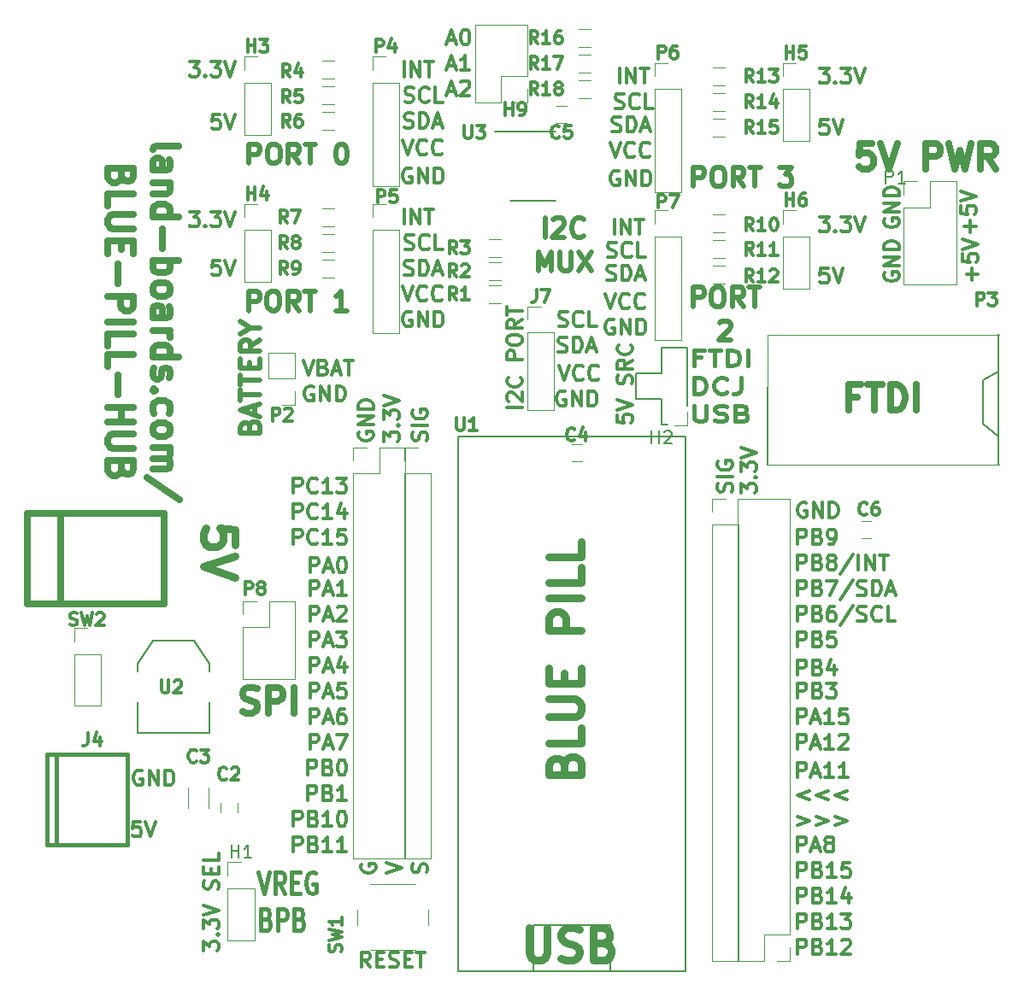
<source format=gbr>
G04 #@! TF.GenerationSoftware,KiCad,Pcbnew,(5.1.5)-3*
G04 #@! TF.CreationDate,2020-05-30T08:44:10-04:00*
G04 #@! TF.ProjectId,Blue-Pill-Board,426c7565-2d50-4696-9c6c-2d426f617264,2*
G04 #@! TF.SameCoordinates,Original*
G04 #@! TF.FileFunction,Legend,Top*
G04 #@! TF.FilePolarity,Positive*
%FSLAX46Y46*%
G04 Gerber Fmt 4.6, Leading zero omitted, Abs format (unit mm)*
G04 Created by KiCad (PCBNEW (5.1.5)-3) date 2020-05-30 08:44:10*
%MOMM*%
%LPD*%
G04 APERTURE LIST*
%ADD10C,0.300000*%
%ADD11C,0.393700*%
%ADD12C,0.635000*%
%ADD13C,0.476250*%
%ADD14C,0.412750*%
%ADD15C,0.793750*%
%ADD16C,0.120000*%
%ADD17C,0.150000*%
%ADD18C,0.650000*%
%ADD19C,0.381000*%
%ADD20C,0.203200*%
%ADD21C,0.317500*%
G04 APERTURE END LIST*
D10*
X65472571Y-50061428D02*
X65472571Y-50775714D01*
X66186857Y-50847142D01*
X66115428Y-50775714D01*
X66044000Y-50632857D01*
X66044000Y-50275714D01*
X66115428Y-50132857D01*
X66186857Y-50061428D01*
X66329714Y-49990000D01*
X66686857Y-49990000D01*
X66829714Y-50061428D01*
X66901142Y-50132857D01*
X66972571Y-50275714D01*
X66972571Y-50632857D01*
X66901142Y-50775714D01*
X66829714Y-50847142D01*
X65472571Y-49561428D02*
X66972571Y-49061428D01*
X65472571Y-48561428D01*
X66901142Y-46990000D02*
X66972571Y-46775714D01*
X66972571Y-46418571D01*
X66901142Y-46275714D01*
X66829714Y-46204285D01*
X66686857Y-46132857D01*
X66544000Y-46132857D01*
X66401142Y-46204285D01*
X66329714Y-46275714D01*
X66258285Y-46418571D01*
X66186857Y-46704285D01*
X66115428Y-46847142D01*
X66044000Y-46918571D01*
X65901142Y-46990000D01*
X65758285Y-46990000D01*
X65615428Y-46918571D01*
X65544000Y-46847142D01*
X65472571Y-46704285D01*
X65472571Y-46347142D01*
X65544000Y-46132857D01*
X66972571Y-44632857D02*
X66258285Y-45132857D01*
X66972571Y-45490000D02*
X65472571Y-45490000D01*
X65472571Y-44918571D01*
X65544000Y-44775714D01*
X65615428Y-44704285D01*
X65758285Y-44632857D01*
X65972571Y-44632857D01*
X66115428Y-44704285D01*
X66186857Y-44775714D01*
X66258285Y-44918571D01*
X66258285Y-45490000D01*
X66829714Y-43132857D02*
X66901142Y-43204285D01*
X66972571Y-43418571D01*
X66972571Y-43561428D01*
X66901142Y-43775714D01*
X66758285Y-43918571D01*
X66615428Y-43990000D01*
X66329714Y-44061428D01*
X66115428Y-44061428D01*
X65829714Y-43990000D01*
X65686857Y-43918571D01*
X65544000Y-43775714D01*
X65472571Y-43561428D01*
X65472571Y-43418571D01*
X65544000Y-43204285D01*
X65615428Y-43132857D01*
D11*
X73807047Y-44375614D02*
X73129714Y-44375614D01*
X73129714Y-45200509D02*
X73129714Y-43625709D01*
X74097333Y-43625709D01*
X74581143Y-43625709D02*
X75742285Y-43625709D01*
X75161714Y-45200509D02*
X75161714Y-43625709D01*
X76419619Y-45200509D02*
X76419619Y-43625709D01*
X76903428Y-43625709D01*
X77193714Y-43700700D01*
X77387238Y-43850680D01*
X77484000Y-44000661D01*
X77580762Y-44300623D01*
X77580762Y-44525595D01*
X77484000Y-44825557D01*
X77387238Y-44975538D01*
X77193714Y-45125519D01*
X76903428Y-45200509D01*
X76419619Y-45200509D01*
X78451619Y-45200509D02*
X78451619Y-43625709D01*
X73129714Y-47956409D02*
X73129714Y-46381609D01*
X73613524Y-46381609D01*
X73903809Y-46456600D01*
X74097333Y-46606580D01*
X74194095Y-46756561D01*
X74290857Y-47056523D01*
X74290857Y-47281495D01*
X74194095Y-47581457D01*
X74097333Y-47731438D01*
X73903809Y-47881419D01*
X73613524Y-47956409D01*
X73129714Y-47956409D01*
X76322857Y-47806428D02*
X76226095Y-47881419D01*
X75935809Y-47956409D01*
X75742285Y-47956409D01*
X75452000Y-47881419D01*
X75258476Y-47731438D01*
X75161714Y-47581457D01*
X75064952Y-47281495D01*
X75064952Y-47056523D01*
X75161714Y-46756561D01*
X75258476Y-46606580D01*
X75452000Y-46456600D01*
X75742285Y-46381609D01*
X75935809Y-46381609D01*
X76226095Y-46456600D01*
X76322857Y-46531590D01*
X77774285Y-46381609D02*
X77774285Y-47506466D01*
X77677524Y-47731438D01*
X77484000Y-47881419D01*
X77193714Y-47956409D01*
X77000190Y-47956409D01*
X73129714Y-49137509D02*
X73129714Y-50412347D01*
X73226476Y-50562328D01*
X73323238Y-50637319D01*
X73516762Y-50712309D01*
X73903809Y-50712309D01*
X74097333Y-50637319D01*
X74194095Y-50562328D01*
X74290857Y-50412347D01*
X74290857Y-49137509D01*
X75161714Y-50637319D02*
X75452000Y-50712309D01*
X75935809Y-50712309D01*
X76129333Y-50637319D01*
X76226095Y-50562328D01*
X76322857Y-50412347D01*
X76322857Y-50262366D01*
X76226095Y-50112385D01*
X76129333Y-50037395D01*
X75935809Y-49962404D01*
X75548762Y-49887414D01*
X75355238Y-49812423D01*
X75258476Y-49737433D01*
X75161714Y-49587452D01*
X75161714Y-49437471D01*
X75258476Y-49287490D01*
X75355238Y-49212500D01*
X75548762Y-49137509D01*
X76032571Y-49137509D01*
X76322857Y-49212500D01*
X77871047Y-49887414D02*
X78161333Y-49962404D01*
X78258095Y-50037395D01*
X78354857Y-50187376D01*
X78354857Y-50412347D01*
X78258095Y-50562328D01*
X78161333Y-50637319D01*
X77967809Y-50712309D01*
X77193714Y-50712309D01*
X77193714Y-49137509D01*
X77871047Y-49137509D01*
X78064571Y-49212500D01*
X78161333Y-49287490D01*
X78258095Y-49437471D01*
X78258095Y-49587452D01*
X78161333Y-49737433D01*
X78064571Y-49812423D01*
X77871047Y-49887414D01*
X77193714Y-49887414D01*
D10*
X84218057Y-58813000D02*
X84075200Y-58741571D01*
X83860914Y-58741571D01*
X83646628Y-58813000D01*
X83503771Y-58955857D01*
X83432342Y-59098714D01*
X83360914Y-59384428D01*
X83360914Y-59598714D01*
X83432342Y-59884428D01*
X83503771Y-60027285D01*
X83646628Y-60170142D01*
X83860914Y-60241571D01*
X84003771Y-60241571D01*
X84218057Y-60170142D01*
X84289485Y-60098714D01*
X84289485Y-59598714D01*
X84003771Y-59598714D01*
X84932342Y-60241571D02*
X84932342Y-58741571D01*
X85789485Y-60241571D01*
X85789485Y-58741571D01*
X86503771Y-60241571D02*
X86503771Y-58741571D01*
X86860914Y-58741571D01*
X87075200Y-58813000D01*
X87218057Y-58955857D01*
X87289485Y-59098714D01*
X87360914Y-59384428D01*
X87360914Y-59598714D01*
X87289485Y-59884428D01*
X87218057Y-60027285D01*
X87075200Y-60170142D01*
X86860914Y-60241571D01*
X86503771Y-60241571D01*
X24527771Y-103159914D02*
X24527771Y-102231342D01*
X25099200Y-102731342D01*
X25099200Y-102517057D01*
X25170628Y-102374200D01*
X25242057Y-102302771D01*
X25384914Y-102231342D01*
X25742057Y-102231342D01*
X25884914Y-102302771D01*
X25956342Y-102374200D01*
X26027771Y-102517057D01*
X26027771Y-102945628D01*
X25956342Y-103088485D01*
X25884914Y-103159914D01*
X25884914Y-101588485D02*
X25956342Y-101517057D01*
X26027771Y-101588485D01*
X25956342Y-101659914D01*
X25884914Y-101588485D01*
X26027771Y-101588485D01*
X24527771Y-101017057D02*
X24527771Y-100088485D01*
X25099200Y-100588485D01*
X25099200Y-100374200D01*
X25170628Y-100231342D01*
X25242057Y-100159914D01*
X25384914Y-100088485D01*
X25742057Y-100088485D01*
X25884914Y-100159914D01*
X25956342Y-100231342D01*
X26027771Y-100374200D01*
X26027771Y-100802771D01*
X25956342Y-100945628D01*
X25884914Y-101017057D01*
X24527771Y-99659914D02*
X26027771Y-99159914D01*
X24527771Y-98659914D01*
X25956342Y-97088485D02*
X26027771Y-96874200D01*
X26027771Y-96517057D01*
X25956342Y-96374200D01*
X25884914Y-96302771D01*
X25742057Y-96231342D01*
X25599200Y-96231342D01*
X25456342Y-96302771D01*
X25384914Y-96374200D01*
X25313485Y-96517057D01*
X25242057Y-96802771D01*
X25170628Y-96945628D01*
X25099200Y-97017057D01*
X24956342Y-97088485D01*
X24813485Y-97088485D01*
X24670628Y-97017057D01*
X24599200Y-96945628D01*
X24527771Y-96802771D01*
X24527771Y-96445628D01*
X24599200Y-96231342D01*
X25242057Y-95588485D02*
X25242057Y-95088485D01*
X26027771Y-94874200D02*
X26027771Y-95588485D01*
X24527771Y-95588485D01*
X24527771Y-94874200D01*
X26027771Y-93517057D02*
X26027771Y-94231342D01*
X24527771Y-94231342D01*
D12*
X89265276Y-48281771D02*
X88418609Y-48281771D01*
X88418609Y-49612247D02*
X88418609Y-47072247D01*
X89628133Y-47072247D01*
X90232895Y-47072247D02*
X91684323Y-47072247D01*
X90958609Y-49612247D02*
X90958609Y-47072247D01*
X92530990Y-49612247D02*
X92530990Y-47072247D01*
X93135752Y-47072247D01*
X93498609Y-47193200D01*
X93740514Y-47435104D01*
X93861466Y-47677009D01*
X93982419Y-48160819D01*
X93982419Y-48523676D01*
X93861466Y-49007485D01*
X93740514Y-49249390D01*
X93498609Y-49491295D01*
X93135752Y-49612247D01*
X92530990Y-49612247D01*
X95070990Y-49612247D02*
X95070990Y-47072247D01*
X28387523Y-79514095D02*
X28750380Y-79635047D01*
X29355142Y-79635047D01*
X29597047Y-79514095D01*
X29718000Y-79393142D01*
X29838952Y-79151238D01*
X29838952Y-78909333D01*
X29718000Y-78667428D01*
X29597047Y-78546476D01*
X29355142Y-78425523D01*
X28871333Y-78304571D01*
X28629428Y-78183619D01*
X28508476Y-78062666D01*
X28387523Y-77820761D01*
X28387523Y-77578857D01*
X28508476Y-77336952D01*
X28629428Y-77216000D01*
X28871333Y-77095047D01*
X29476095Y-77095047D01*
X29838952Y-77216000D01*
X30927523Y-79635047D02*
X30927523Y-77095047D01*
X31895142Y-77095047D01*
X32137047Y-77216000D01*
X32258000Y-77336952D01*
X32378952Y-77578857D01*
X32378952Y-77941714D01*
X32258000Y-78183619D01*
X32137047Y-78304571D01*
X31895142Y-78425523D01*
X30927523Y-78425523D01*
X33467523Y-79635047D02*
X33467523Y-77095047D01*
X90721542Y-23145447D02*
X89512019Y-23145447D01*
X89391066Y-24354971D01*
X89512019Y-24234019D01*
X89753923Y-24113066D01*
X90358685Y-24113066D01*
X90600590Y-24234019D01*
X90721542Y-24354971D01*
X90842495Y-24596876D01*
X90842495Y-25201638D01*
X90721542Y-25443542D01*
X90600590Y-25564495D01*
X90358685Y-25685447D01*
X89753923Y-25685447D01*
X89512019Y-25564495D01*
X89391066Y-25443542D01*
X91568209Y-23145447D02*
X92414876Y-25685447D01*
X93261542Y-23145447D01*
X96043447Y-25685447D02*
X96043447Y-23145447D01*
X97011066Y-23145447D01*
X97252971Y-23266400D01*
X97373923Y-23387352D01*
X97494876Y-23629257D01*
X97494876Y-23992114D01*
X97373923Y-24234019D01*
X97252971Y-24354971D01*
X97011066Y-24475923D01*
X96043447Y-24475923D01*
X98341542Y-23145447D02*
X98946304Y-25685447D01*
X99430114Y-23871161D01*
X99913923Y-25685447D01*
X100518685Y-23145447D01*
X102937733Y-25685447D02*
X102091066Y-24475923D01*
X101486304Y-25685447D02*
X101486304Y-23145447D01*
X102453923Y-23145447D01*
X102695828Y-23266400D01*
X102816780Y-23387352D01*
X102937733Y-23629257D01*
X102937733Y-23992114D01*
X102816780Y-24234019D01*
X102695828Y-24354971D01*
X102453923Y-24475923D01*
X101486304Y-24475923D01*
D10*
X41001428Y-104818571D02*
X40501428Y-104104285D01*
X40144285Y-104818571D02*
X40144285Y-103318571D01*
X40715714Y-103318571D01*
X40858571Y-103390000D01*
X40930000Y-103461428D01*
X41001428Y-103604285D01*
X41001428Y-103818571D01*
X40930000Y-103961428D01*
X40858571Y-104032857D01*
X40715714Y-104104285D01*
X40144285Y-104104285D01*
X41644285Y-104032857D02*
X42144285Y-104032857D01*
X42358571Y-104818571D02*
X41644285Y-104818571D01*
X41644285Y-103318571D01*
X42358571Y-103318571D01*
X42930000Y-104747142D02*
X43144285Y-104818571D01*
X43501428Y-104818571D01*
X43644285Y-104747142D01*
X43715714Y-104675714D01*
X43787142Y-104532857D01*
X43787142Y-104390000D01*
X43715714Y-104247142D01*
X43644285Y-104175714D01*
X43501428Y-104104285D01*
X43215714Y-104032857D01*
X43072857Y-103961428D01*
X43001428Y-103890000D01*
X42930000Y-103747142D01*
X42930000Y-103604285D01*
X43001428Y-103461428D01*
X43072857Y-103390000D01*
X43215714Y-103318571D01*
X43572857Y-103318571D01*
X43787142Y-103390000D01*
X44430000Y-104032857D02*
X44930000Y-104032857D01*
X45144285Y-104818571D02*
X44430000Y-104818571D01*
X44430000Y-103318571D01*
X45144285Y-103318571D01*
X45572857Y-103318571D02*
X46430000Y-103318571D01*
X46001428Y-104818571D02*
X46001428Y-103318571D01*
X100640342Y-36701171D02*
X100640342Y-35558314D01*
X101211771Y-36129742D02*
X100068914Y-36129742D01*
X99711771Y-34129742D02*
X99711771Y-34844028D01*
X100426057Y-34915457D01*
X100354628Y-34844028D01*
X100283200Y-34701171D01*
X100283200Y-34344028D01*
X100354628Y-34201171D01*
X100426057Y-34129742D01*
X100568914Y-34058314D01*
X100926057Y-34058314D01*
X101068914Y-34129742D01*
X101140342Y-34201171D01*
X101211771Y-34344028D01*
X101211771Y-34701171D01*
X101140342Y-34844028D01*
X101068914Y-34915457D01*
X99711771Y-33629742D02*
X101211771Y-33129742D01*
X99711771Y-32629742D01*
X100437142Y-31951371D02*
X100437142Y-30808514D01*
X101008571Y-31379942D02*
X99865714Y-31379942D01*
X99508571Y-29379942D02*
X99508571Y-30094228D01*
X100222857Y-30165657D01*
X100151428Y-30094228D01*
X100080000Y-29951371D01*
X100080000Y-29594228D01*
X100151428Y-29451371D01*
X100222857Y-29379942D01*
X100365714Y-29308514D01*
X100722857Y-29308514D01*
X100865714Y-29379942D01*
X100937142Y-29451371D01*
X101008571Y-29594228D01*
X101008571Y-29951371D01*
X100937142Y-30094228D01*
X100865714Y-30165657D01*
X99508571Y-28879942D02*
X101008571Y-28379942D01*
X99508571Y-27879942D01*
X91960000Y-30632257D02*
X91888571Y-30775114D01*
X91888571Y-30989400D01*
X91960000Y-31203685D01*
X92102857Y-31346542D01*
X92245714Y-31417971D01*
X92531428Y-31489400D01*
X92745714Y-31489400D01*
X93031428Y-31417971D01*
X93174285Y-31346542D01*
X93317142Y-31203685D01*
X93388571Y-30989400D01*
X93388571Y-30846542D01*
X93317142Y-30632257D01*
X93245714Y-30560828D01*
X92745714Y-30560828D01*
X92745714Y-30846542D01*
X93388571Y-29917971D02*
X91888571Y-29917971D01*
X93388571Y-29060828D01*
X91888571Y-29060828D01*
X93388571Y-28346542D02*
X91888571Y-28346542D01*
X91888571Y-27989400D01*
X91960000Y-27775114D01*
X92102857Y-27632257D01*
X92245714Y-27560828D01*
X92531428Y-27489400D01*
X92745714Y-27489400D01*
X93031428Y-27560828D01*
X93174285Y-27632257D01*
X93317142Y-27775114D01*
X93388571Y-27989400D01*
X93388571Y-28346542D01*
X91960000Y-35966257D02*
X91888571Y-36109114D01*
X91888571Y-36323400D01*
X91960000Y-36537685D01*
X92102857Y-36680542D01*
X92245714Y-36751971D01*
X92531428Y-36823400D01*
X92745714Y-36823400D01*
X93031428Y-36751971D01*
X93174285Y-36680542D01*
X93317142Y-36537685D01*
X93388571Y-36323400D01*
X93388571Y-36180542D01*
X93317142Y-35966257D01*
X93245714Y-35894828D01*
X92745714Y-35894828D01*
X92745714Y-36180542D01*
X93388571Y-35251971D02*
X91888571Y-35251971D01*
X93388571Y-34394828D01*
X91888571Y-34394828D01*
X93388571Y-33680542D02*
X91888571Y-33680542D01*
X91888571Y-33323400D01*
X91960000Y-33109114D01*
X92102857Y-32966257D01*
X92245714Y-32894828D01*
X92531428Y-32823400D01*
X92745714Y-32823400D01*
X93031428Y-32894828D01*
X93174285Y-32966257D01*
X93317142Y-33109114D01*
X93388571Y-33323400D01*
X93388571Y-33680542D01*
X34373857Y-44639571D02*
X34873857Y-46139571D01*
X35373857Y-44639571D01*
X36373857Y-45353857D02*
X36588142Y-45425285D01*
X36659571Y-45496714D01*
X36731000Y-45639571D01*
X36731000Y-45853857D01*
X36659571Y-45996714D01*
X36588142Y-46068142D01*
X36445285Y-46139571D01*
X35873857Y-46139571D01*
X35873857Y-44639571D01*
X36373857Y-44639571D01*
X36516714Y-44711000D01*
X36588142Y-44782428D01*
X36659571Y-44925285D01*
X36659571Y-45068142D01*
X36588142Y-45211000D01*
X36516714Y-45282428D01*
X36373857Y-45353857D01*
X35873857Y-45353857D01*
X37302428Y-45711000D02*
X38016714Y-45711000D01*
X37159571Y-46139571D02*
X37659571Y-44639571D01*
X38159571Y-46139571D01*
X38445285Y-44639571D02*
X39302428Y-44639571D01*
X38873857Y-46139571D02*
X38873857Y-44639571D01*
X35373857Y-47261000D02*
X35231000Y-47189571D01*
X35016714Y-47189571D01*
X34802428Y-47261000D01*
X34659571Y-47403857D01*
X34588142Y-47546714D01*
X34516714Y-47832428D01*
X34516714Y-48046714D01*
X34588142Y-48332428D01*
X34659571Y-48475285D01*
X34802428Y-48618142D01*
X35016714Y-48689571D01*
X35159571Y-48689571D01*
X35373857Y-48618142D01*
X35445285Y-48546714D01*
X35445285Y-48046714D01*
X35159571Y-48046714D01*
X36088142Y-48689571D02*
X36088142Y-47189571D01*
X36945285Y-48689571D01*
X36945285Y-47189571D01*
X37659571Y-48689571D02*
X37659571Y-47189571D01*
X38016714Y-47189571D01*
X38231000Y-47261000D01*
X38373857Y-47403857D01*
X38445285Y-47546714D01*
X38516714Y-47832428D01*
X38516714Y-48046714D01*
X38445285Y-48332428D01*
X38373857Y-48475285D01*
X38231000Y-48618142D01*
X38016714Y-48689571D01*
X37659571Y-48689571D01*
D13*
X29073928Y-51244500D02*
X29164642Y-50972357D01*
X29255357Y-50881642D01*
X29436785Y-50790928D01*
X29708928Y-50790928D01*
X29890357Y-50881642D01*
X29981071Y-50972357D01*
X30071785Y-51153785D01*
X30071785Y-51879500D01*
X28166785Y-51879500D01*
X28166785Y-51244500D01*
X28257500Y-51063071D01*
X28348214Y-50972357D01*
X28529642Y-50881642D01*
X28711071Y-50881642D01*
X28892500Y-50972357D01*
X28983214Y-51063071D01*
X29073928Y-51244500D01*
X29073928Y-51879500D01*
X29527500Y-50065214D02*
X29527500Y-49158071D01*
X30071785Y-50246642D02*
X28166785Y-49611642D01*
X30071785Y-48976642D01*
X28166785Y-48613785D02*
X28166785Y-47525214D01*
X30071785Y-48069500D02*
X28166785Y-48069500D01*
X28166785Y-47162357D02*
X28166785Y-46073785D01*
X30071785Y-46618071D02*
X28166785Y-46618071D01*
X29073928Y-45438785D02*
X29073928Y-44803785D01*
X30071785Y-44531642D02*
X30071785Y-45438785D01*
X28166785Y-45438785D01*
X28166785Y-44531642D01*
X30071785Y-42626642D02*
X29164642Y-43261642D01*
X30071785Y-43715214D02*
X28166785Y-43715214D01*
X28166785Y-42989500D01*
X28257500Y-42808071D01*
X28348214Y-42717357D01*
X28529642Y-42626642D01*
X28801785Y-42626642D01*
X28983214Y-42717357D01*
X29073928Y-42808071D01*
X29164642Y-42989500D01*
X29164642Y-43715214D01*
X29164642Y-41447357D02*
X30071785Y-41447357D01*
X28166785Y-42082357D02*
X29164642Y-41447357D01*
X28166785Y-40812357D01*
D10*
X83356142Y-89848571D02*
X84499000Y-90277142D01*
X83356142Y-90705714D01*
X85213285Y-89848571D02*
X86356142Y-90277142D01*
X85213285Y-90705714D01*
X87070428Y-89848571D02*
X88213285Y-90277142D01*
X87070428Y-90705714D01*
D14*
X29940325Y-95366265D02*
X30490658Y-97525265D01*
X31040992Y-95366265D01*
X32534754Y-97525265D02*
X31984420Y-96497170D01*
X31591325Y-97525265D02*
X31591325Y-95366265D01*
X32220277Y-95366265D01*
X32377516Y-95469075D01*
X32456135Y-95571884D01*
X32534754Y-95777503D01*
X32534754Y-96085932D01*
X32456135Y-96291551D01*
X32377516Y-96394360D01*
X32220277Y-96497170D01*
X31591325Y-96497170D01*
X33242325Y-96394360D02*
X33792658Y-96394360D01*
X34028516Y-97525265D02*
X33242325Y-97525265D01*
X33242325Y-95366265D01*
X34028516Y-95366265D01*
X35600897Y-95469075D02*
X35443658Y-95366265D01*
X35207801Y-95366265D01*
X34971944Y-95469075D01*
X34814706Y-95674694D01*
X34736087Y-95880313D01*
X34657468Y-96291551D01*
X34657468Y-96599979D01*
X34736087Y-97011217D01*
X34814706Y-97216836D01*
X34971944Y-97422455D01*
X35207801Y-97525265D01*
X35365039Y-97525265D01*
X35600897Y-97422455D01*
X35679516Y-97319646D01*
X35679516Y-96599979D01*
X35365039Y-96599979D01*
X30726516Y-100045610D02*
X30962373Y-100148420D01*
X31040992Y-100251229D01*
X31119611Y-100456848D01*
X31119611Y-100765277D01*
X31040992Y-100970896D01*
X30962373Y-101073705D01*
X30805135Y-101176515D01*
X30176182Y-101176515D01*
X30176182Y-99017515D01*
X30726516Y-99017515D01*
X30883754Y-99120325D01*
X30962373Y-99223134D01*
X31040992Y-99428753D01*
X31040992Y-99634372D01*
X30962373Y-99839991D01*
X30883754Y-99942801D01*
X30726516Y-100045610D01*
X30176182Y-100045610D01*
X31827182Y-101176515D02*
X31827182Y-99017515D01*
X32456135Y-99017515D01*
X32613373Y-99120325D01*
X32691992Y-99223134D01*
X32770611Y-99428753D01*
X32770611Y-99737182D01*
X32691992Y-99942801D01*
X32613373Y-100045610D01*
X32456135Y-100148420D01*
X31827182Y-100148420D01*
X34028516Y-100045610D02*
X34264373Y-100148420D01*
X34342992Y-100251229D01*
X34421611Y-100456848D01*
X34421611Y-100765277D01*
X34342992Y-100970896D01*
X34264373Y-101073705D01*
X34107135Y-101176515D01*
X33478182Y-101176515D01*
X33478182Y-99017515D01*
X34028516Y-99017515D01*
X34185754Y-99120325D01*
X34264373Y-99223134D01*
X34342992Y-99428753D01*
X34342992Y-99634372D01*
X34264373Y-99839991D01*
X34185754Y-99942801D01*
X34028516Y-100045610D01*
X33478182Y-100045610D01*
D10*
X18415142Y-85356000D02*
X18272285Y-85284571D01*
X18058000Y-85284571D01*
X17843714Y-85356000D01*
X17700857Y-85498857D01*
X17629428Y-85641714D01*
X17558000Y-85927428D01*
X17558000Y-86141714D01*
X17629428Y-86427428D01*
X17700857Y-86570285D01*
X17843714Y-86713142D01*
X18058000Y-86784571D01*
X18200857Y-86784571D01*
X18415142Y-86713142D01*
X18486571Y-86641714D01*
X18486571Y-86141714D01*
X18200857Y-86141714D01*
X19129428Y-86784571D02*
X19129428Y-85284571D01*
X19986571Y-86784571D01*
X19986571Y-85284571D01*
X20700857Y-86784571D02*
X20700857Y-85284571D01*
X21058000Y-85284571D01*
X21272285Y-85356000D01*
X21415142Y-85498857D01*
X21486571Y-85641714D01*
X21558000Y-85927428D01*
X21558000Y-86141714D01*
X21486571Y-86427428D01*
X21415142Y-86570285D01*
X21272285Y-86713142D01*
X21058000Y-86784571D01*
X20700857Y-86784571D01*
X18256285Y-90364571D02*
X17542000Y-90364571D01*
X17470571Y-91078857D01*
X17542000Y-91007428D01*
X17684857Y-90936000D01*
X18042000Y-90936000D01*
X18184857Y-91007428D01*
X18256285Y-91078857D01*
X18327714Y-91221714D01*
X18327714Y-91578857D01*
X18256285Y-91721714D01*
X18184857Y-91793142D01*
X18042000Y-91864571D01*
X17684857Y-91864571D01*
X17542000Y-91793142D01*
X17470571Y-91721714D01*
X18756285Y-90364571D02*
X19256285Y-91864571D01*
X19756285Y-90364571D01*
X33421000Y-57828571D02*
X33421000Y-56328571D01*
X33992428Y-56328571D01*
X34135285Y-56400000D01*
X34206714Y-56471428D01*
X34278142Y-56614285D01*
X34278142Y-56828571D01*
X34206714Y-56971428D01*
X34135285Y-57042857D01*
X33992428Y-57114285D01*
X33421000Y-57114285D01*
X35778142Y-57685714D02*
X35706714Y-57757142D01*
X35492428Y-57828571D01*
X35349571Y-57828571D01*
X35135285Y-57757142D01*
X34992428Y-57614285D01*
X34921000Y-57471428D01*
X34849571Y-57185714D01*
X34849571Y-56971428D01*
X34921000Y-56685714D01*
X34992428Y-56542857D01*
X35135285Y-56400000D01*
X35349571Y-56328571D01*
X35492428Y-56328571D01*
X35706714Y-56400000D01*
X35778142Y-56471428D01*
X37206714Y-57828571D02*
X36349571Y-57828571D01*
X36778142Y-57828571D02*
X36778142Y-56328571D01*
X36635285Y-56542857D01*
X36492428Y-56685714D01*
X36349571Y-56757142D01*
X37706714Y-56328571D02*
X38635285Y-56328571D01*
X38135285Y-56900000D01*
X38349571Y-56900000D01*
X38492428Y-56971428D01*
X38563857Y-57042857D01*
X38635285Y-57185714D01*
X38635285Y-57542857D01*
X38563857Y-57685714D01*
X38492428Y-57757142D01*
X38349571Y-57828571D01*
X37921000Y-57828571D01*
X37778142Y-57757142D01*
X37706714Y-57685714D01*
X33421000Y-60368571D02*
X33421000Y-58868571D01*
X33992428Y-58868571D01*
X34135285Y-58940000D01*
X34206714Y-59011428D01*
X34278142Y-59154285D01*
X34278142Y-59368571D01*
X34206714Y-59511428D01*
X34135285Y-59582857D01*
X33992428Y-59654285D01*
X33421000Y-59654285D01*
X35778142Y-60225714D02*
X35706714Y-60297142D01*
X35492428Y-60368571D01*
X35349571Y-60368571D01*
X35135285Y-60297142D01*
X34992428Y-60154285D01*
X34921000Y-60011428D01*
X34849571Y-59725714D01*
X34849571Y-59511428D01*
X34921000Y-59225714D01*
X34992428Y-59082857D01*
X35135285Y-58940000D01*
X35349571Y-58868571D01*
X35492428Y-58868571D01*
X35706714Y-58940000D01*
X35778142Y-59011428D01*
X37206714Y-60368571D02*
X36349571Y-60368571D01*
X36778142Y-60368571D02*
X36778142Y-58868571D01*
X36635285Y-59082857D01*
X36492428Y-59225714D01*
X36349571Y-59297142D01*
X38492428Y-59368571D02*
X38492428Y-60368571D01*
X38135285Y-58797142D02*
X37778142Y-59868571D01*
X38706714Y-59868571D01*
X33421000Y-62908571D02*
X33421000Y-61408571D01*
X33992428Y-61408571D01*
X34135285Y-61480000D01*
X34206714Y-61551428D01*
X34278142Y-61694285D01*
X34278142Y-61908571D01*
X34206714Y-62051428D01*
X34135285Y-62122857D01*
X33992428Y-62194285D01*
X33421000Y-62194285D01*
X35778142Y-62765714D02*
X35706714Y-62837142D01*
X35492428Y-62908571D01*
X35349571Y-62908571D01*
X35135285Y-62837142D01*
X34992428Y-62694285D01*
X34921000Y-62551428D01*
X34849571Y-62265714D01*
X34849571Y-62051428D01*
X34921000Y-61765714D01*
X34992428Y-61622857D01*
X35135285Y-61480000D01*
X35349571Y-61408571D01*
X35492428Y-61408571D01*
X35706714Y-61480000D01*
X35778142Y-61551428D01*
X37206714Y-62908571D02*
X36349571Y-62908571D01*
X36778142Y-62908571D02*
X36778142Y-61408571D01*
X36635285Y-61622857D01*
X36492428Y-61765714D01*
X36349571Y-61837142D01*
X38563857Y-61408571D02*
X37849571Y-61408571D01*
X37778142Y-62122857D01*
X37849571Y-62051428D01*
X37992428Y-61980000D01*
X38349571Y-61980000D01*
X38492428Y-62051428D01*
X38563857Y-62122857D01*
X38635285Y-62265714D01*
X38635285Y-62622857D01*
X38563857Y-62765714D01*
X38492428Y-62837142D01*
X38349571Y-62908571D01*
X37992428Y-62908571D01*
X37849571Y-62837142D01*
X37778142Y-62765714D01*
X35063857Y-65702571D02*
X35063857Y-64202571D01*
X35635285Y-64202571D01*
X35778142Y-64274000D01*
X35849571Y-64345428D01*
X35921000Y-64488285D01*
X35921000Y-64702571D01*
X35849571Y-64845428D01*
X35778142Y-64916857D01*
X35635285Y-64988285D01*
X35063857Y-64988285D01*
X36492428Y-65274000D02*
X37206714Y-65274000D01*
X36349571Y-65702571D02*
X36849571Y-64202571D01*
X37349571Y-65702571D01*
X38135285Y-64202571D02*
X38278142Y-64202571D01*
X38421000Y-64274000D01*
X38492428Y-64345428D01*
X38563857Y-64488285D01*
X38635285Y-64774000D01*
X38635285Y-65131142D01*
X38563857Y-65416857D01*
X38492428Y-65559714D01*
X38421000Y-65631142D01*
X38278142Y-65702571D01*
X38135285Y-65702571D01*
X37992428Y-65631142D01*
X37921000Y-65559714D01*
X37849571Y-65416857D01*
X37778142Y-65131142D01*
X37778142Y-64774000D01*
X37849571Y-64488285D01*
X37921000Y-64345428D01*
X37992428Y-64274000D01*
X38135285Y-64202571D01*
X35063857Y-67988571D02*
X35063857Y-66488571D01*
X35635285Y-66488571D01*
X35778142Y-66560000D01*
X35849571Y-66631428D01*
X35921000Y-66774285D01*
X35921000Y-66988571D01*
X35849571Y-67131428D01*
X35778142Y-67202857D01*
X35635285Y-67274285D01*
X35063857Y-67274285D01*
X36492428Y-67560000D02*
X37206714Y-67560000D01*
X36349571Y-67988571D02*
X36849571Y-66488571D01*
X37349571Y-67988571D01*
X38635285Y-67988571D02*
X37778142Y-67988571D01*
X38206714Y-67988571D02*
X38206714Y-66488571D01*
X38063857Y-66702857D01*
X37921000Y-66845714D01*
X37778142Y-66917142D01*
X35063857Y-70528571D02*
X35063857Y-69028571D01*
X35635285Y-69028571D01*
X35778142Y-69100000D01*
X35849571Y-69171428D01*
X35921000Y-69314285D01*
X35921000Y-69528571D01*
X35849571Y-69671428D01*
X35778142Y-69742857D01*
X35635285Y-69814285D01*
X35063857Y-69814285D01*
X36492428Y-70100000D02*
X37206714Y-70100000D01*
X36349571Y-70528571D02*
X36849571Y-69028571D01*
X37349571Y-70528571D01*
X37778142Y-69171428D02*
X37849571Y-69100000D01*
X37992428Y-69028571D01*
X38349571Y-69028571D01*
X38492428Y-69100000D01*
X38563857Y-69171428D01*
X38635285Y-69314285D01*
X38635285Y-69457142D01*
X38563857Y-69671428D01*
X37706714Y-70528571D01*
X38635285Y-70528571D01*
X35063857Y-73068571D02*
X35063857Y-71568571D01*
X35635285Y-71568571D01*
X35778142Y-71640000D01*
X35849571Y-71711428D01*
X35921000Y-71854285D01*
X35921000Y-72068571D01*
X35849571Y-72211428D01*
X35778142Y-72282857D01*
X35635285Y-72354285D01*
X35063857Y-72354285D01*
X36492428Y-72640000D02*
X37206714Y-72640000D01*
X36349571Y-73068571D02*
X36849571Y-71568571D01*
X37349571Y-73068571D01*
X37706714Y-71568571D02*
X38635285Y-71568571D01*
X38135285Y-72140000D01*
X38349571Y-72140000D01*
X38492428Y-72211428D01*
X38563857Y-72282857D01*
X38635285Y-72425714D01*
X38635285Y-72782857D01*
X38563857Y-72925714D01*
X38492428Y-72997142D01*
X38349571Y-73068571D01*
X37921000Y-73068571D01*
X37778142Y-72997142D01*
X37706714Y-72925714D01*
X35063857Y-75608571D02*
X35063857Y-74108571D01*
X35635285Y-74108571D01*
X35778142Y-74180000D01*
X35849571Y-74251428D01*
X35921000Y-74394285D01*
X35921000Y-74608571D01*
X35849571Y-74751428D01*
X35778142Y-74822857D01*
X35635285Y-74894285D01*
X35063857Y-74894285D01*
X36492428Y-75180000D02*
X37206714Y-75180000D01*
X36349571Y-75608571D02*
X36849571Y-74108571D01*
X37349571Y-75608571D01*
X38492428Y-74608571D02*
X38492428Y-75608571D01*
X38135285Y-74037142D02*
X37778142Y-75108571D01*
X38706714Y-75108571D01*
X35063857Y-78148571D02*
X35063857Y-76648571D01*
X35635285Y-76648571D01*
X35778142Y-76720000D01*
X35849571Y-76791428D01*
X35921000Y-76934285D01*
X35921000Y-77148571D01*
X35849571Y-77291428D01*
X35778142Y-77362857D01*
X35635285Y-77434285D01*
X35063857Y-77434285D01*
X36492428Y-77720000D02*
X37206714Y-77720000D01*
X36349571Y-78148571D02*
X36849571Y-76648571D01*
X37349571Y-78148571D01*
X38563857Y-76648571D02*
X37849571Y-76648571D01*
X37778142Y-77362857D01*
X37849571Y-77291428D01*
X37992428Y-77220000D01*
X38349571Y-77220000D01*
X38492428Y-77291428D01*
X38563857Y-77362857D01*
X38635285Y-77505714D01*
X38635285Y-77862857D01*
X38563857Y-78005714D01*
X38492428Y-78077142D01*
X38349571Y-78148571D01*
X37992428Y-78148571D01*
X37849571Y-78077142D01*
X37778142Y-78005714D01*
X35063857Y-80688571D02*
X35063857Y-79188571D01*
X35635285Y-79188571D01*
X35778142Y-79260000D01*
X35849571Y-79331428D01*
X35921000Y-79474285D01*
X35921000Y-79688571D01*
X35849571Y-79831428D01*
X35778142Y-79902857D01*
X35635285Y-79974285D01*
X35063857Y-79974285D01*
X36492428Y-80260000D02*
X37206714Y-80260000D01*
X36349571Y-80688571D02*
X36849571Y-79188571D01*
X37349571Y-80688571D01*
X38492428Y-79188571D02*
X38206714Y-79188571D01*
X38063857Y-79260000D01*
X37992428Y-79331428D01*
X37849571Y-79545714D01*
X37778142Y-79831428D01*
X37778142Y-80402857D01*
X37849571Y-80545714D01*
X37921000Y-80617142D01*
X38063857Y-80688571D01*
X38349571Y-80688571D01*
X38492428Y-80617142D01*
X38563857Y-80545714D01*
X38635285Y-80402857D01*
X38635285Y-80045714D01*
X38563857Y-79902857D01*
X38492428Y-79831428D01*
X38349571Y-79760000D01*
X38063857Y-79760000D01*
X37921000Y-79831428D01*
X37849571Y-79902857D01*
X37778142Y-80045714D01*
X35063857Y-83228571D02*
X35063857Y-81728571D01*
X35635285Y-81728571D01*
X35778142Y-81800000D01*
X35849571Y-81871428D01*
X35921000Y-82014285D01*
X35921000Y-82228571D01*
X35849571Y-82371428D01*
X35778142Y-82442857D01*
X35635285Y-82514285D01*
X35063857Y-82514285D01*
X36492428Y-82800000D02*
X37206714Y-82800000D01*
X36349571Y-83228571D02*
X36849571Y-81728571D01*
X37349571Y-83228571D01*
X37706714Y-81728571D02*
X38706714Y-81728571D01*
X38063857Y-83228571D01*
X39890000Y-51748142D02*
X39818571Y-51891000D01*
X39818571Y-52105285D01*
X39890000Y-52319571D01*
X40032857Y-52462428D01*
X40175714Y-52533857D01*
X40461428Y-52605285D01*
X40675714Y-52605285D01*
X40961428Y-52533857D01*
X41104285Y-52462428D01*
X41247142Y-52319571D01*
X41318571Y-52105285D01*
X41318571Y-51962428D01*
X41247142Y-51748142D01*
X41175714Y-51676714D01*
X40675714Y-51676714D01*
X40675714Y-51962428D01*
X41318571Y-51033857D02*
X39818571Y-51033857D01*
X41318571Y-50176714D01*
X39818571Y-50176714D01*
X41318571Y-49462428D02*
X39818571Y-49462428D01*
X39818571Y-49105285D01*
X39890000Y-48891000D01*
X40032857Y-48748142D01*
X40175714Y-48676714D01*
X40461428Y-48605285D01*
X40675714Y-48605285D01*
X40961428Y-48676714D01*
X41104285Y-48748142D01*
X41247142Y-48891000D01*
X41318571Y-49105285D01*
X41318571Y-49462428D01*
X42358571Y-52676714D02*
X42358571Y-51748142D01*
X42930000Y-52248142D01*
X42930000Y-52033857D01*
X43001428Y-51891000D01*
X43072857Y-51819571D01*
X43215714Y-51748142D01*
X43572857Y-51748142D01*
X43715714Y-51819571D01*
X43787142Y-51891000D01*
X43858571Y-52033857D01*
X43858571Y-52462428D01*
X43787142Y-52605285D01*
X43715714Y-52676714D01*
X43715714Y-51105285D02*
X43787142Y-51033857D01*
X43858571Y-51105285D01*
X43787142Y-51176714D01*
X43715714Y-51105285D01*
X43858571Y-51105285D01*
X42358571Y-50533857D02*
X42358571Y-49605285D01*
X42930000Y-50105285D01*
X42930000Y-49891000D01*
X43001428Y-49748142D01*
X43072857Y-49676714D01*
X43215714Y-49605285D01*
X43572857Y-49605285D01*
X43715714Y-49676714D01*
X43787142Y-49748142D01*
X43858571Y-49891000D01*
X43858571Y-50319571D01*
X43787142Y-50462428D01*
X43715714Y-50533857D01*
X42358571Y-49176714D02*
X43858571Y-48676714D01*
X42358571Y-48176714D01*
X46581142Y-52605285D02*
X46652571Y-52391000D01*
X46652571Y-52033857D01*
X46581142Y-51891000D01*
X46509714Y-51819571D01*
X46366857Y-51748142D01*
X46224000Y-51748142D01*
X46081142Y-51819571D01*
X46009714Y-51891000D01*
X45938285Y-52033857D01*
X45866857Y-52319571D01*
X45795428Y-52462428D01*
X45724000Y-52533857D01*
X45581142Y-52605285D01*
X45438285Y-52605285D01*
X45295428Y-52533857D01*
X45224000Y-52462428D01*
X45152571Y-52319571D01*
X45152571Y-51962428D01*
X45224000Y-51748142D01*
X46652571Y-51105285D02*
X45152571Y-51105285D01*
X45224000Y-49605285D02*
X45152571Y-49748142D01*
X45152571Y-49962428D01*
X45224000Y-50176714D01*
X45366857Y-50319571D01*
X45509714Y-50391000D01*
X45795428Y-50462428D01*
X46009714Y-50462428D01*
X46295428Y-50391000D01*
X46438285Y-50319571D01*
X46581142Y-50176714D01*
X46652571Y-49962428D01*
X46652571Y-49819571D01*
X46581142Y-49605285D01*
X46509714Y-49533857D01*
X46009714Y-49533857D01*
X46009714Y-49819571D01*
X76807142Y-57685285D02*
X76878571Y-57471000D01*
X76878571Y-57113857D01*
X76807142Y-56971000D01*
X76735714Y-56899571D01*
X76592857Y-56828142D01*
X76450000Y-56828142D01*
X76307142Y-56899571D01*
X76235714Y-56971000D01*
X76164285Y-57113857D01*
X76092857Y-57399571D01*
X76021428Y-57542428D01*
X75950000Y-57613857D01*
X75807142Y-57685285D01*
X75664285Y-57685285D01*
X75521428Y-57613857D01*
X75450000Y-57542428D01*
X75378571Y-57399571D01*
X75378571Y-57042428D01*
X75450000Y-56828142D01*
X76878571Y-56185285D02*
X75378571Y-56185285D01*
X75450000Y-54685285D02*
X75378571Y-54828142D01*
X75378571Y-55042428D01*
X75450000Y-55256714D01*
X75592857Y-55399571D01*
X75735714Y-55471000D01*
X76021428Y-55542428D01*
X76235714Y-55542428D01*
X76521428Y-55471000D01*
X76664285Y-55399571D01*
X76807142Y-55256714D01*
X76878571Y-55042428D01*
X76878571Y-54899571D01*
X76807142Y-54685285D01*
X76735714Y-54613857D01*
X76235714Y-54613857D01*
X76235714Y-54899571D01*
X77766171Y-57807514D02*
X77766171Y-56878942D01*
X78337600Y-57378942D01*
X78337600Y-57164657D01*
X78409028Y-57021800D01*
X78480457Y-56950371D01*
X78623314Y-56878942D01*
X78980457Y-56878942D01*
X79123314Y-56950371D01*
X79194742Y-57021800D01*
X79266171Y-57164657D01*
X79266171Y-57593228D01*
X79194742Y-57736085D01*
X79123314Y-57807514D01*
X79123314Y-56236085D02*
X79194742Y-56164657D01*
X79266171Y-56236085D01*
X79194742Y-56307514D01*
X79123314Y-56236085D01*
X79266171Y-56236085D01*
X77766171Y-55664657D02*
X77766171Y-54736085D01*
X78337600Y-55236085D01*
X78337600Y-55021800D01*
X78409028Y-54878942D01*
X78480457Y-54807514D01*
X78623314Y-54736085D01*
X78980457Y-54736085D01*
X79123314Y-54807514D01*
X79194742Y-54878942D01*
X79266171Y-55021800D01*
X79266171Y-55450371D01*
X79194742Y-55593228D01*
X79123314Y-55664657D01*
X77766171Y-54307514D02*
X79266171Y-53807514D01*
X77766171Y-53307514D01*
X40144000Y-94603142D02*
X40072571Y-94746000D01*
X40072571Y-94960285D01*
X40144000Y-95174571D01*
X40286857Y-95317428D01*
X40429714Y-95388857D01*
X40715428Y-95460285D01*
X40929714Y-95460285D01*
X41215428Y-95388857D01*
X41358285Y-95317428D01*
X41501142Y-95174571D01*
X41572571Y-94960285D01*
X41572571Y-94817428D01*
X41501142Y-94603142D01*
X41429714Y-94531714D01*
X40929714Y-94531714D01*
X40929714Y-94817428D01*
X42612571Y-95496000D02*
X44112571Y-94996000D01*
X42612571Y-94496000D01*
X46581142Y-95424571D02*
X46652571Y-95210285D01*
X46652571Y-94853142D01*
X46581142Y-94710285D01*
X46509714Y-94638857D01*
X46366857Y-94567428D01*
X46224000Y-94567428D01*
X46081142Y-94638857D01*
X46009714Y-94710285D01*
X45938285Y-94853142D01*
X45866857Y-95138857D01*
X45795428Y-95281714D01*
X45724000Y-95353142D01*
X45581142Y-95424571D01*
X45438285Y-95424571D01*
X45295428Y-95353142D01*
X45224000Y-95281714D01*
X45152571Y-95138857D01*
X45152571Y-94781714D01*
X45224000Y-94567428D01*
X34849571Y-85768571D02*
X34849571Y-84268571D01*
X35421000Y-84268571D01*
X35563857Y-84340000D01*
X35635285Y-84411428D01*
X35706714Y-84554285D01*
X35706714Y-84768571D01*
X35635285Y-84911428D01*
X35563857Y-84982857D01*
X35421000Y-85054285D01*
X34849571Y-85054285D01*
X36849571Y-84982857D02*
X37063857Y-85054285D01*
X37135285Y-85125714D01*
X37206714Y-85268571D01*
X37206714Y-85482857D01*
X37135285Y-85625714D01*
X37063857Y-85697142D01*
X36921000Y-85768571D01*
X36349571Y-85768571D01*
X36349571Y-84268571D01*
X36849571Y-84268571D01*
X36992428Y-84340000D01*
X37063857Y-84411428D01*
X37135285Y-84554285D01*
X37135285Y-84697142D01*
X37063857Y-84840000D01*
X36992428Y-84911428D01*
X36849571Y-84982857D01*
X36349571Y-84982857D01*
X38135285Y-84268571D02*
X38278142Y-84268571D01*
X38421000Y-84340000D01*
X38492428Y-84411428D01*
X38563857Y-84554285D01*
X38635285Y-84840000D01*
X38635285Y-85197142D01*
X38563857Y-85482857D01*
X38492428Y-85625714D01*
X38421000Y-85697142D01*
X38278142Y-85768571D01*
X38135285Y-85768571D01*
X37992428Y-85697142D01*
X37921000Y-85625714D01*
X37849571Y-85482857D01*
X37778142Y-85197142D01*
X37778142Y-84840000D01*
X37849571Y-84554285D01*
X37921000Y-84411428D01*
X37992428Y-84340000D01*
X38135285Y-84268571D01*
X34849571Y-88308571D02*
X34849571Y-86808571D01*
X35421000Y-86808571D01*
X35563857Y-86880000D01*
X35635285Y-86951428D01*
X35706714Y-87094285D01*
X35706714Y-87308571D01*
X35635285Y-87451428D01*
X35563857Y-87522857D01*
X35421000Y-87594285D01*
X34849571Y-87594285D01*
X36849571Y-87522857D02*
X37063857Y-87594285D01*
X37135285Y-87665714D01*
X37206714Y-87808571D01*
X37206714Y-88022857D01*
X37135285Y-88165714D01*
X37063857Y-88237142D01*
X36921000Y-88308571D01*
X36349571Y-88308571D01*
X36349571Y-86808571D01*
X36849571Y-86808571D01*
X36992428Y-86880000D01*
X37063857Y-86951428D01*
X37135285Y-87094285D01*
X37135285Y-87237142D01*
X37063857Y-87380000D01*
X36992428Y-87451428D01*
X36849571Y-87522857D01*
X36349571Y-87522857D01*
X38635285Y-88308571D02*
X37778142Y-88308571D01*
X38206714Y-88308571D02*
X38206714Y-86808571D01*
X38063857Y-87022857D01*
X37921000Y-87165714D01*
X37778142Y-87237142D01*
X33421000Y-90848571D02*
X33421000Y-89348571D01*
X33992428Y-89348571D01*
X34135285Y-89420000D01*
X34206714Y-89491428D01*
X34278142Y-89634285D01*
X34278142Y-89848571D01*
X34206714Y-89991428D01*
X34135285Y-90062857D01*
X33992428Y-90134285D01*
X33421000Y-90134285D01*
X35421000Y-90062857D02*
X35635285Y-90134285D01*
X35706714Y-90205714D01*
X35778142Y-90348571D01*
X35778142Y-90562857D01*
X35706714Y-90705714D01*
X35635285Y-90777142D01*
X35492428Y-90848571D01*
X34921000Y-90848571D01*
X34921000Y-89348571D01*
X35421000Y-89348571D01*
X35563857Y-89420000D01*
X35635285Y-89491428D01*
X35706714Y-89634285D01*
X35706714Y-89777142D01*
X35635285Y-89920000D01*
X35563857Y-89991428D01*
X35421000Y-90062857D01*
X34921000Y-90062857D01*
X37206714Y-90848571D02*
X36349571Y-90848571D01*
X36778142Y-90848571D02*
X36778142Y-89348571D01*
X36635285Y-89562857D01*
X36492428Y-89705714D01*
X36349571Y-89777142D01*
X38135285Y-89348571D02*
X38278142Y-89348571D01*
X38421000Y-89420000D01*
X38492428Y-89491428D01*
X38563857Y-89634285D01*
X38635285Y-89920000D01*
X38635285Y-90277142D01*
X38563857Y-90562857D01*
X38492428Y-90705714D01*
X38421000Y-90777142D01*
X38278142Y-90848571D01*
X38135285Y-90848571D01*
X37992428Y-90777142D01*
X37921000Y-90705714D01*
X37849571Y-90562857D01*
X37778142Y-90277142D01*
X37778142Y-89920000D01*
X37849571Y-89634285D01*
X37921000Y-89491428D01*
X37992428Y-89420000D01*
X38135285Y-89348571D01*
X33421000Y-93388571D02*
X33421000Y-91888571D01*
X33992428Y-91888571D01*
X34135285Y-91960000D01*
X34206714Y-92031428D01*
X34278142Y-92174285D01*
X34278142Y-92388571D01*
X34206714Y-92531428D01*
X34135285Y-92602857D01*
X33992428Y-92674285D01*
X33421000Y-92674285D01*
X35421000Y-92602857D02*
X35635285Y-92674285D01*
X35706714Y-92745714D01*
X35778142Y-92888571D01*
X35778142Y-93102857D01*
X35706714Y-93245714D01*
X35635285Y-93317142D01*
X35492428Y-93388571D01*
X34921000Y-93388571D01*
X34921000Y-91888571D01*
X35421000Y-91888571D01*
X35563857Y-91960000D01*
X35635285Y-92031428D01*
X35706714Y-92174285D01*
X35706714Y-92317142D01*
X35635285Y-92460000D01*
X35563857Y-92531428D01*
X35421000Y-92602857D01*
X34921000Y-92602857D01*
X37206714Y-93388571D02*
X36349571Y-93388571D01*
X36778142Y-93388571D02*
X36778142Y-91888571D01*
X36635285Y-92102857D01*
X36492428Y-92245714D01*
X36349571Y-92317142D01*
X38635285Y-93388571D02*
X37778142Y-93388571D01*
X38206714Y-93388571D02*
X38206714Y-91888571D01*
X38063857Y-92102857D01*
X37921000Y-92245714D01*
X37778142Y-92317142D01*
X83356142Y-103548571D02*
X83356142Y-102048571D01*
X83927571Y-102048571D01*
X84070428Y-102120000D01*
X84141857Y-102191428D01*
X84213285Y-102334285D01*
X84213285Y-102548571D01*
X84141857Y-102691428D01*
X84070428Y-102762857D01*
X83927571Y-102834285D01*
X83356142Y-102834285D01*
X85356142Y-102762857D02*
X85570428Y-102834285D01*
X85641857Y-102905714D01*
X85713285Y-103048571D01*
X85713285Y-103262857D01*
X85641857Y-103405714D01*
X85570428Y-103477142D01*
X85427571Y-103548571D01*
X84856142Y-103548571D01*
X84856142Y-102048571D01*
X85356142Y-102048571D01*
X85499000Y-102120000D01*
X85570428Y-102191428D01*
X85641857Y-102334285D01*
X85641857Y-102477142D01*
X85570428Y-102620000D01*
X85499000Y-102691428D01*
X85356142Y-102762857D01*
X84856142Y-102762857D01*
X87141857Y-103548571D02*
X86284714Y-103548571D01*
X86713285Y-103548571D02*
X86713285Y-102048571D01*
X86570428Y-102262857D01*
X86427571Y-102405714D01*
X86284714Y-102477142D01*
X87713285Y-102191428D02*
X87784714Y-102120000D01*
X87927571Y-102048571D01*
X88284714Y-102048571D01*
X88427571Y-102120000D01*
X88499000Y-102191428D01*
X88570428Y-102334285D01*
X88570428Y-102477142D01*
X88499000Y-102691428D01*
X87641857Y-103548571D01*
X88570428Y-103548571D01*
X83356142Y-101008571D02*
X83356142Y-99508571D01*
X83927571Y-99508571D01*
X84070428Y-99580000D01*
X84141857Y-99651428D01*
X84213285Y-99794285D01*
X84213285Y-100008571D01*
X84141857Y-100151428D01*
X84070428Y-100222857D01*
X83927571Y-100294285D01*
X83356142Y-100294285D01*
X85356142Y-100222857D02*
X85570428Y-100294285D01*
X85641857Y-100365714D01*
X85713285Y-100508571D01*
X85713285Y-100722857D01*
X85641857Y-100865714D01*
X85570428Y-100937142D01*
X85427571Y-101008571D01*
X84856142Y-101008571D01*
X84856142Y-99508571D01*
X85356142Y-99508571D01*
X85499000Y-99580000D01*
X85570428Y-99651428D01*
X85641857Y-99794285D01*
X85641857Y-99937142D01*
X85570428Y-100080000D01*
X85499000Y-100151428D01*
X85356142Y-100222857D01*
X84856142Y-100222857D01*
X87141857Y-101008571D02*
X86284714Y-101008571D01*
X86713285Y-101008571D02*
X86713285Y-99508571D01*
X86570428Y-99722857D01*
X86427571Y-99865714D01*
X86284714Y-99937142D01*
X87641857Y-99508571D02*
X88570428Y-99508571D01*
X88070428Y-100080000D01*
X88284714Y-100080000D01*
X88427571Y-100151428D01*
X88499000Y-100222857D01*
X88570428Y-100365714D01*
X88570428Y-100722857D01*
X88499000Y-100865714D01*
X88427571Y-100937142D01*
X88284714Y-101008571D01*
X87856142Y-101008571D01*
X87713285Y-100937142D01*
X87641857Y-100865714D01*
X83356142Y-98468571D02*
X83356142Y-96968571D01*
X83927571Y-96968571D01*
X84070428Y-97040000D01*
X84141857Y-97111428D01*
X84213285Y-97254285D01*
X84213285Y-97468571D01*
X84141857Y-97611428D01*
X84070428Y-97682857D01*
X83927571Y-97754285D01*
X83356142Y-97754285D01*
X85356142Y-97682857D02*
X85570428Y-97754285D01*
X85641857Y-97825714D01*
X85713285Y-97968571D01*
X85713285Y-98182857D01*
X85641857Y-98325714D01*
X85570428Y-98397142D01*
X85427571Y-98468571D01*
X84856142Y-98468571D01*
X84856142Y-96968571D01*
X85356142Y-96968571D01*
X85499000Y-97040000D01*
X85570428Y-97111428D01*
X85641857Y-97254285D01*
X85641857Y-97397142D01*
X85570428Y-97540000D01*
X85499000Y-97611428D01*
X85356142Y-97682857D01*
X84856142Y-97682857D01*
X87141857Y-98468571D02*
X86284714Y-98468571D01*
X86713285Y-98468571D02*
X86713285Y-96968571D01*
X86570428Y-97182857D01*
X86427571Y-97325714D01*
X86284714Y-97397142D01*
X88427571Y-97468571D02*
X88427571Y-98468571D01*
X88070428Y-96897142D02*
X87713285Y-97968571D01*
X88641857Y-97968571D01*
X83356142Y-95928571D02*
X83356142Y-94428571D01*
X83927571Y-94428571D01*
X84070428Y-94500000D01*
X84141857Y-94571428D01*
X84213285Y-94714285D01*
X84213285Y-94928571D01*
X84141857Y-95071428D01*
X84070428Y-95142857D01*
X83927571Y-95214285D01*
X83356142Y-95214285D01*
X85356142Y-95142857D02*
X85570428Y-95214285D01*
X85641857Y-95285714D01*
X85713285Y-95428571D01*
X85713285Y-95642857D01*
X85641857Y-95785714D01*
X85570428Y-95857142D01*
X85427571Y-95928571D01*
X84856142Y-95928571D01*
X84856142Y-94428571D01*
X85356142Y-94428571D01*
X85499000Y-94500000D01*
X85570428Y-94571428D01*
X85641857Y-94714285D01*
X85641857Y-94857142D01*
X85570428Y-95000000D01*
X85499000Y-95071428D01*
X85356142Y-95142857D01*
X84856142Y-95142857D01*
X87141857Y-95928571D02*
X86284714Y-95928571D01*
X86713285Y-95928571D02*
X86713285Y-94428571D01*
X86570428Y-94642857D01*
X86427571Y-94785714D01*
X86284714Y-94857142D01*
X88499000Y-94428571D02*
X87784714Y-94428571D01*
X87713285Y-95142857D01*
X87784714Y-95071428D01*
X87927571Y-95000000D01*
X88284714Y-95000000D01*
X88427571Y-95071428D01*
X88499000Y-95142857D01*
X88570428Y-95285714D01*
X88570428Y-95642857D01*
X88499000Y-95785714D01*
X88427571Y-95857142D01*
X88284714Y-95928571D01*
X87927571Y-95928571D01*
X87784714Y-95857142D01*
X87713285Y-95785714D01*
X83356142Y-93388571D02*
X83356142Y-91888571D01*
X83927571Y-91888571D01*
X84070428Y-91960000D01*
X84141857Y-92031428D01*
X84213285Y-92174285D01*
X84213285Y-92388571D01*
X84141857Y-92531428D01*
X84070428Y-92602857D01*
X83927571Y-92674285D01*
X83356142Y-92674285D01*
X84784714Y-92960000D02*
X85499000Y-92960000D01*
X84641857Y-93388571D02*
X85141857Y-91888571D01*
X85641857Y-93388571D01*
X86356142Y-92531428D02*
X86213285Y-92460000D01*
X86141857Y-92388571D01*
X86070428Y-92245714D01*
X86070428Y-92174285D01*
X86141857Y-92031428D01*
X86213285Y-91960000D01*
X86356142Y-91888571D01*
X86641857Y-91888571D01*
X86784714Y-91960000D01*
X86856142Y-92031428D01*
X86927571Y-92174285D01*
X86927571Y-92245714D01*
X86856142Y-92388571D01*
X86784714Y-92460000D01*
X86641857Y-92531428D01*
X86356142Y-92531428D01*
X86213285Y-92602857D01*
X86141857Y-92674285D01*
X86070428Y-92817142D01*
X86070428Y-93102857D01*
X86141857Y-93245714D01*
X86213285Y-93317142D01*
X86356142Y-93388571D01*
X86641857Y-93388571D01*
X86784714Y-93317142D01*
X86856142Y-93245714D01*
X86927571Y-93102857D01*
X86927571Y-92817142D01*
X86856142Y-92674285D01*
X86784714Y-92602857D01*
X86641857Y-92531428D01*
X83356142Y-86022571D02*
X83356142Y-84522571D01*
X83927571Y-84522571D01*
X84070428Y-84594000D01*
X84141857Y-84665428D01*
X84213285Y-84808285D01*
X84213285Y-85022571D01*
X84141857Y-85165428D01*
X84070428Y-85236857D01*
X83927571Y-85308285D01*
X83356142Y-85308285D01*
X84784714Y-85594000D02*
X85499000Y-85594000D01*
X84641857Y-86022571D02*
X85141857Y-84522571D01*
X85641857Y-86022571D01*
X86927571Y-86022571D02*
X86070428Y-86022571D01*
X86499000Y-86022571D02*
X86499000Y-84522571D01*
X86356142Y-84736857D01*
X86213285Y-84879714D01*
X86070428Y-84951142D01*
X88356142Y-86022571D02*
X87499000Y-86022571D01*
X87927571Y-86022571D02*
X87927571Y-84522571D01*
X87784714Y-84736857D01*
X87641857Y-84879714D01*
X87499000Y-84951142D01*
X83356142Y-83228571D02*
X83356142Y-81728571D01*
X83927571Y-81728571D01*
X84070428Y-81800000D01*
X84141857Y-81871428D01*
X84213285Y-82014285D01*
X84213285Y-82228571D01*
X84141857Y-82371428D01*
X84070428Y-82442857D01*
X83927571Y-82514285D01*
X83356142Y-82514285D01*
X84784714Y-82800000D02*
X85499000Y-82800000D01*
X84641857Y-83228571D02*
X85141857Y-81728571D01*
X85641857Y-83228571D01*
X86927571Y-83228571D02*
X86070428Y-83228571D01*
X86499000Y-83228571D02*
X86499000Y-81728571D01*
X86356142Y-81942857D01*
X86213285Y-82085714D01*
X86070428Y-82157142D01*
X87499000Y-81871428D02*
X87570428Y-81800000D01*
X87713285Y-81728571D01*
X88070428Y-81728571D01*
X88213285Y-81800000D01*
X88284714Y-81871428D01*
X88356142Y-82014285D01*
X88356142Y-82157142D01*
X88284714Y-82371428D01*
X87427571Y-83228571D01*
X88356142Y-83228571D01*
X83356142Y-80688571D02*
X83356142Y-79188571D01*
X83927571Y-79188571D01*
X84070428Y-79260000D01*
X84141857Y-79331428D01*
X84213285Y-79474285D01*
X84213285Y-79688571D01*
X84141857Y-79831428D01*
X84070428Y-79902857D01*
X83927571Y-79974285D01*
X83356142Y-79974285D01*
X84784714Y-80260000D02*
X85499000Y-80260000D01*
X84641857Y-80688571D02*
X85141857Y-79188571D01*
X85641857Y-80688571D01*
X86927571Y-80688571D02*
X86070428Y-80688571D01*
X86499000Y-80688571D02*
X86499000Y-79188571D01*
X86356142Y-79402857D01*
X86213285Y-79545714D01*
X86070428Y-79617142D01*
X88284714Y-79188571D02*
X87570428Y-79188571D01*
X87499000Y-79902857D01*
X87570428Y-79831428D01*
X87713285Y-79760000D01*
X88070428Y-79760000D01*
X88213285Y-79831428D01*
X88284714Y-79902857D01*
X88356142Y-80045714D01*
X88356142Y-80402857D01*
X88284714Y-80545714D01*
X88213285Y-80617142D01*
X88070428Y-80688571D01*
X87713285Y-80688571D01*
X87570428Y-80617142D01*
X87499000Y-80545714D01*
X83356142Y-78148571D02*
X83356142Y-76648571D01*
X83927571Y-76648571D01*
X84070428Y-76720000D01*
X84141857Y-76791428D01*
X84213285Y-76934285D01*
X84213285Y-77148571D01*
X84141857Y-77291428D01*
X84070428Y-77362857D01*
X83927571Y-77434285D01*
X83356142Y-77434285D01*
X85356142Y-77362857D02*
X85570428Y-77434285D01*
X85641857Y-77505714D01*
X85713285Y-77648571D01*
X85713285Y-77862857D01*
X85641857Y-78005714D01*
X85570428Y-78077142D01*
X85427571Y-78148571D01*
X84856142Y-78148571D01*
X84856142Y-76648571D01*
X85356142Y-76648571D01*
X85499000Y-76720000D01*
X85570428Y-76791428D01*
X85641857Y-76934285D01*
X85641857Y-77077142D01*
X85570428Y-77220000D01*
X85499000Y-77291428D01*
X85356142Y-77362857D01*
X84856142Y-77362857D01*
X86213285Y-76648571D02*
X87141857Y-76648571D01*
X86641857Y-77220000D01*
X86856142Y-77220000D01*
X86999000Y-77291428D01*
X87070428Y-77362857D01*
X87141857Y-77505714D01*
X87141857Y-77862857D01*
X87070428Y-78005714D01*
X86999000Y-78077142D01*
X86856142Y-78148571D01*
X86427571Y-78148571D01*
X86284714Y-78077142D01*
X86213285Y-78005714D01*
X83356142Y-73068571D02*
X83356142Y-71568571D01*
X83927571Y-71568571D01*
X84070428Y-71640000D01*
X84141857Y-71711428D01*
X84213285Y-71854285D01*
X84213285Y-72068571D01*
X84141857Y-72211428D01*
X84070428Y-72282857D01*
X83927571Y-72354285D01*
X83356142Y-72354285D01*
X85356142Y-72282857D02*
X85570428Y-72354285D01*
X85641857Y-72425714D01*
X85713285Y-72568571D01*
X85713285Y-72782857D01*
X85641857Y-72925714D01*
X85570428Y-72997142D01*
X85427571Y-73068571D01*
X84856142Y-73068571D01*
X84856142Y-71568571D01*
X85356142Y-71568571D01*
X85499000Y-71640000D01*
X85570428Y-71711428D01*
X85641857Y-71854285D01*
X85641857Y-71997142D01*
X85570428Y-72140000D01*
X85499000Y-72211428D01*
X85356142Y-72282857D01*
X84856142Y-72282857D01*
X87070428Y-71568571D02*
X86356142Y-71568571D01*
X86284714Y-72282857D01*
X86356142Y-72211428D01*
X86499000Y-72140000D01*
X86856142Y-72140000D01*
X86999000Y-72211428D01*
X87070428Y-72282857D01*
X87141857Y-72425714D01*
X87141857Y-72782857D01*
X87070428Y-72925714D01*
X86999000Y-72997142D01*
X86856142Y-73068571D01*
X86499000Y-73068571D01*
X86356142Y-72997142D01*
X86284714Y-72925714D01*
X83356142Y-75862571D02*
X83356142Y-74362571D01*
X83927571Y-74362571D01*
X84070428Y-74434000D01*
X84141857Y-74505428D01*
X84213285Y-74648285D01*
X84213285Y-74862571D01*
X84141857Y-75005428D01*
X84070428Y-75076857D01*
X83927571Y-75148285D01*
X83356142Y-75148285D01*
X85356142Y-75076857D02*
X85570428Y-75148285D01*
X85641857Y-75219714D01*
X85713285Y-75362571D01*
X85713285Y-75576857D01*
X85641857Y-75719714D01*
X85570428Y-75791142D01*
X85427571Y-75862571D01*
X84856142Y-75862571D01*
X84856142Y-74362571D01*
X85356142Y-74362571D01*
X85499000Y-74434000D01*
X85570428Y-74505428D01*
X85641857Y-74648285D01*
X85641857Y-74791142D01*
X85570428Y-74934000D01*
X85499000Y-75005428D01*
X85356142Y-75076857D01*
X84856142Y-75076857D01*
X86999000Y-74862571D02*
X86999000Y-75862571D01*
X86641857Y-74291142D02*
X86284714Y-75362571D01*
X87213285Y-75362571D01*
X83356142Y-70528571D02*
X83356142Y-69028571D01*
X83927571Y-69028571D01*
X84070428Y-69100000D01*
X84141857Y-69171428D01*
X84213285Y-69314285D01*
X84213285Y-69528571D01*
X84141857Y-69671428D01*
X84070428Y-69742857D01*
X83927571Y-69814285D01*
X83356142Y-69814285D01*
X85356142Y-69742857D02*
X85570428Y-69814285D01*
X85641857Y-69885714D01*
X85713285Y-70028571D01*
X85713285Y-70242857D01*
X85641857Y-70385714D01*
X85570428Y-70457142D01*
X85427571Y-70528571D01*
X84856142Y-70528571D01*
X84856142Y-69028571D01*
X85356142Y-69028571D01*
X85499000Y-69100000D01*
X85570428Y-69171428D01*
X85641857Y-69314285D01*
X85641857Y-69457142D01*
X85570428Y-69600000D01*
X85499000Y-69671428D01*
X85356142Y-69742857D01*
X84856142Y-69742857D01*
X86999000Y-69028571D02*
X86713285Y-69028571D01*
X86570428Y-69100000D01*
X86499000Y-69171428D01*
X86356142Y-69385714D01*
X86284714Y-69671428D01*
X86284714Y-70242857D01*
X86356142Y-70385714D01*
X86427571Y-70457142D01*
X86570428Y-70528571D01*
X86856142Y-70528571D01*
X86999000Y-70457142D01*
X87070428Y-70385714D01*
X87141857Y-70242857D01*
X87141857Y-69885714D01*
X87070428Y-69742857D01*
X86999000Y-69671428D01*
X86856142Y-69600000D01*
X86570428Y-69600000D01*
X86427571Y-69671428D01*
X86356142Y-69742857D01*
X86284714Y-69885714D01*
X88856142Y-68957142D02*
X87570428Y-70885714D01*
X89284714Y-70457142D02*
X89499000Y-70528571D01*
X89856142Y-70528571D01*
X89999000Y-70457142D01*
X90070428Y-70385714D01*
X90141857Y-70242857D01*
X90141857Y-70100000D01*
X90070428Y-69957142D01*
X89999000Y-69885714D01*
X89856142Y-69814285D01*
X89570428Y-69742857D01*
X89427571Y-69671428D01*
X89356142Y-69600000D01*
X89284714Y-69457142D01*
X89284714Y-69314285D01*
X89356142Y-69171428D01*
X89427571Y-69100000D01*
X89570428Y-69028571D01*
X89927571Y-69028571D01*
X90141857Y-69100000D01*
X91641857Y-70385714D02*
X91570428Y-70457142D01*
X91356142Y-70528571D01*
X91213285Y-70528571D01*
X90999000Y-70457142D01*
X90856142Y-70314285D01*
X90784714Y-70171428D01*
X90713285Y-69885714D01*
X90713285Y-69671428D01*
X90784714Y-69385714D01*
X90856142Y-69242857D01*
X90999000Y-69100000D01*
X91213285Y-69028571D01*
X91356142Y-69028571D01*
X91570428Y-69100000D01*
X91641857Y-69171428D01*
X92999000Y-70528571D02*
X92284714Y-70528571D01*
X92284714Y-69028571D01*
X83356142Y-67988571D02*
X83356142Y-66488571D01*
X83927571Y-66488571D01*
X84070428Y-66560000D01*
X84141857Y-66631428D01*
X84213285Y-66774285D01*
X84213285Y-66988571D01*
X84141857Y-67131428D01*
X84070428Y-67202857D01*
X83927571Y-67274285D01*
X83356142Y-67274285D01*
X85356142Y-67202857D02*
X85570428Y-67274285D01*
X85641857Y-67345714D01*
X85713285Y-67488571D01*
X85713285Y-67702857D01*
X85641857Y-67845714D01*
X85570428Y-67917142D01*
X85427571Y-67988571D01*
X84856142Y-67988571D01*
X84856142Y-66488571D01*
X85356142Y-66488571D01*
X85499000Y-66560000D01*
X85570428Y-66631428D01*
X85641857Y-66774285D01*
X85641857Y-66917142D01*
X85570428Y-67060000D01*
X85499000Y-67131428D01*
X85356142Y-67202857D01*
X84856142Y-67202857D01*
X86213285Y-66488571D02*
X87213285Y-66488571D01*
X86570428Y-67988571D01*
X88856142Y-66417142D02*
X87570428Y-68345714D01*
X89284714Y-67917142D02*
X89499000Y-67988571D01*
X89856142Y-67988571D01*
X89999000Y-67917142D01*
X90070428Y-67845714D01*
X90141857Y-67702857D01*
X90141857Y-67560000D01*
X90070428Y-67417142D01*
X89999000Y-67345714D01*
X89856142Y-67274285D01*
X89570428Y-67202857D01*
X89427571Y-67131428D01*
X89356142Y-67060000D01*
X89284714Y-66917142D01*
X89284714Y-66774285D01*
X89356142Y-66631428D01*
X89427571Y-66560000D01*
X89570428Y-66488571D01*
X89927571Y-66488571D01*
X90141857Y-66560000D01*
X90784714Y-67988571D02*
X90784714Y-66488571D01*
X91141857Y-66488571D01*
X91356142Y-66560000D01*
X91499000Y-66702857D01*
X91570428Y-66845714D01*
X91641857Y-67131428D01*
X91641857Y-67345714D01*
X91570428Y-67631428D01*
X91499000Y-67774285D01*
X91356142Y-67917142D01*
X91141857Y-67988571D01*
X90784714Y-67988571D01*
X92213285Y-67560000D02*
X92927571Y-67560000D01*
X92070428Y-67988571D02*
X92570428Y-66488571D01*
X93070428Y-67988571D01*
X83356142Y-65448571D02*
X83356142Y-63948571D01*
X83927571Y-63948571D01*
X84070428Y-64020000D01*
X84141857Y-64091428D01*
X84213285Y-64234285D01*
X84213285Y-64448571D01*
X84141857Y-64591428D01*
X84070428Y-64662857D01*
X83927571Y-64734285D01*
X83356142Y-64734285D01*
X85356142Y-64662857D02*
X85570428Y-64734285D01*
X85641857Y-64805714D01*
X85713285Y-64948571D01*
X85713285Y-65162857D01*
X85641857Y-65305714D01*
X85570428Y-65377142D01*
X85427571Y-65448571D01*
X84856142Y-65448571D01*
X84856142Y-63948571D01*
X85356142Y-63948571D01*
X85499000Y-64020000D01*
X85570428Y-64091428D01*
X85641857Y-64234285D01*
X85641857Y-64377142D01*
X85570428Y-64520000D01*
X85499000Y-64591428D01*
X85356142Y-64662857D01*
X84856142Y-64662857D01*
X86570428Y-64591428D02*
X86427571Y-64520000D01*
X86356142Y-64448571D01*
X86284714Y-64305714D01*
X86284714Y-64234285D01*
X86356142Y-64091428D01*
X86427571Y-64020000D01*
X86570428Y-63948571D01*
X86856142Y-63948571D01*
X86999000Y-64020000D01*
X87070428Y-64091428D01*
X87141857Y-64234285D01*
X87141857Y-64305714D01*
X87070428Y-64448571D01*
X86999000Y-64520000D01*
X86856142Y-64591428D01*
X86570428Y-64591428D01*
X86427571Y-64662857D01*
X86356142Y-64734285D01*
X86284714Y-64877142D01*
X86284714Y-65162857D01*
X86356142Y-65305714D01*
X86427571Y-65377142D01*
X86570428Y-65448571D01*
X86856142Y-65448571D01*
X86999000Y-65377142D01*
X87070428Y-65305714D01*
X87141857Y-65162857D01*
X87141857Y-64877142D01*
X87070428Y-64734285D01*
X86999000Y-64662857D01*
X86856142Y-64591428D01*
X88856142Y-63877142D02*
X87570428Y-65805714D01*
X89356142Y-65448571D02*
X89356142Y-63948571D01*
X90070428Y-65448571D02*
X90070428Y-63948571D01*
X90927571Y-65448571D01*
X90927571Y-63948571D01*
X91427571Y-63948571D02*
X92284714Y-63948571D01*
X91856142Y-65448571D02*
X91856142Y-63948571D01*
X83356142Y-62908571D02*
X83356142Y-61408571D01*
X83927571Y-61408571D01*
X84070428Y-61480000D01*
X84141857Y-61551428D01*
X84213285Y-61694285D01*
X84213285Y-61908571D01*
X84141857Y-62051428D01*
X84070428Y-62122857D01*
X83927571Y-62194285D01*
X83356142Y-62194285D01*
X85356142Y-62122857D02*
X85570428Y-62194285D01*
X85641857Y-62265714D01*
X85713285Y-62408571D01*
X85713285Y-62622857D01*
X85641857Y-62765714D01*
X85570428Y-62837142D01*
X85427571Y-62908571D01*
X84856142Y-62908571D01*
X84856142Y-61408571D01*
X85356142Y-61408571D01*
X85499000Y-61480000D01*
X85570428Y-61551428D01*
X85641857Y-61694285D01*
X85641857Y-61837142D01*
X85570428Y-61980000D01*
X85499000Y-62051428D01*
X85356142Y-62122857D01*
X84856142Y-62122857D01*
X86427571Y-62908571D02*
X86713285Y-62908571D01*
X86856142Y-62837142D01*
X86927571Y-62765714D01*
X87070428Y-62551428D01*
X87141857Y-62265714D01*
X87141857Y-61694285D01*
X87070428Y-61551428D01*
X86999000Y-61480000D01*
X86856142Y-61408571D01*
X86570428Y-61408571D01*
X86427571Y-61480000D01*
X86356142Y-61551428D01*
X86284714Y-61694285D01*
X86284714Y-62051428D01*
X86356142Y-62194285D01*
X86427571Y-62265714D01*
X86570428Y-62337142D01*
X86856142Y-62337142D01*
X86999000Y-62265714D01*
X87070428Y-62194285D01*
X87141857Y-62051428D01*
X84499000Y-87308571D02*
X83356142Y-87737142D01*
X84499000Y-88165714D01*
X86356142Y-87308571D02*
X85213285Y-87737142D01*
X86356142Y-88165714D01*
X88213285Y-87308571D02*
X87070428Y-87737142D01*
X88213285Y-88165714D01*
X56050571Y-49342857D02*
X54550571Y-49342857D01*
X54693428Y-48700000D02*
X54622000Y-48628571D01*
X54550571Y-48485714D01*
X54550571Y-48128571D01*
X54622000Y-47985714D01*
X54693428Y-47914285D01*
X54836285Y-47842857D01*
X54979142Y-47842857D01*
X55193428Y-47914285D01*
X56050571Y-48771428D01*
X56050571Y-47842857D01*
X55907714Y-46342857D02*
X55979142Y-46414285D01*
X56050571Y-46628571D01*
X56050571Y-46771428D01*
X55979142Y-46985714D01*
X55836285Y-47128571D01*
X55693428Y-47200000D01*
X55407714Y-47271428D01*
X55193428Y-47271428D01*
X54907714Y-47200000D01*
X54764857Y-47128571D01*
X54622000Y-46985714D01*
X54550571Y-46771428D01*
X54550571Y-46628571D01*
X54622000Y-46414285D01*
X54693428Y-46342857D01*
X56050571Y-44557142D02*
X54550571Y-44557142D01*
X54550571Y-43985714D01*
X54622000Y-43842857D01*
X54693428Y-43771428D01*
X54836285Y-43700000D01*
X55050571Y-43700000D01*
X55193428Y-43771428D01*
X55264857Y-43842857D01*
X55336285Y-43985714D01*
X55336285Y-44557142D01*
X54550571Y-42771428D02*
X54550571Y-42485714D01*
X54622000Y-42342857D01*
X54764857Y-42200000D01*
X55050571Y-42128571D01*
X55550571Y-42128571D01*
X55836285Y-42200000D01*
X55979142Y-42342857D01*
X56050571Y-42485714D01*
X56050571Y-42771428D01*
X55979142Y-42914285D01*
X55836285Y-43057142D01*
X55550571Y-43128571D01*
X55050571Y-43128571D01*
X54764857Y-43057142D01*
X54622000Y-42914285D01*
X54550571Y-42771428D01*
X56050571Y-40628571D02*
X55336285Y-41128571D01*
X56050571Y-41485714D02*
X54550571Y-41485714D01*
X54550571Y-40914285D01*
X54622000Y-40771428D01*
X54693428Y-40700000D01*
X54836285Y-40628571D01*
X55050571Y-40628571D01*
X55193428Y-40700000D01*
X55264857Y-40771428D01*
X55336285Y-40914285D01*
X55336285Y-41485714D01*
X54550571Y-40200000D02*
X54550571Y-39342857D01*
X56050571Y-39771428D02*
X54550571Y-39771428D01*
X59722000Y-45152571D02*
X60222000Y-46652571D01*
X60722000Y-45152571D01*
X62079142Y-46509714D02*
X62007714Y-46581142D01*
X61793428Y-46652571D01*
X61650571Y-46652571D01*
X61436285Y-46581142D01*
X61293428Y-46438285D01*
X61222000Y-46295428D01*
X61150571Y-46009714D01*
X61150571Y-45795428D01*
X61222000Y-45509714D01*
X61293428Y-45366857D01*
X61436285Y-45224000D01*
X61650571Y-45152571D01*
X61793428Y-45152571D01*
X62007714Y-45224000D01*
X62079142Y-45295428D01*
X63579142Y-46509714D02*
X63507714Y-46581142D01*
X63293428Y-46652571D01*
X63150571Y-46652571D01*
X62936285Y-46581142D01*
X62793428Y-46438285D01*
X62722000Y-46295428D01*
X62650571Y-46009714D01*
X62650571Y-45795428D01*
X62722000Y-45509714D01*
X62793428Y-45366857D01*
X62936285Y-45224000D01*
X63150571Y-45152571D01*
X63293428Y-45152571D01*
X63507714Y-45224000D01*
X63579142Y-45295428D01*
X59646571Y-43787142D02*
X59860857Y-43858571D01*
X60218000Y-43858571D01*
X60360857Y-43787142D01*
X60432285Y-43715714D01*
X60503714Y-43572857D01*
X60503714Y-43430000D01*
X60432285Y-43287142D01*
X60360857Y-43215714D01*
X60218000Y-43144285D01*
X59932285Y-43072857D01*
X59789428Y-43001428D01*
X59718000Y-42930000D01*
X59646571Y-42787142D01*
X59646571Y-42644285D01*
X59718000Y-42501428D01*
X59789428Y-42430000D01*
X59932285Y-42358571D01*
X60289428Y-42358571D01*
X60503714Y-42430000D01*
X61146571Y-43858571D02*
X61146571Y-42358571D01*
X61503714Y-42358571D01*
X61718000Y-42430000D01*
X61860857Y-42572857D01*
X61932285Y-42715714D01*
X62003714Y-43001428D01*
X62003714Y-43215714D01*
X61932285Y-43501428D01*
X61860857Y-43644285D01*
X61718000Y-43787142D01*
X61503714Y-43858571D01*
X61146571Y-43858571D01*
X62575142Y-43430000D02*
X63289428Y-43430000D01*
X62432285Y-43858571D02*
X62932285Y-42358571D01*
X63432285Y-43858571D01*
X60325142Y-47764000D02*
X60182285Y-47692571D01*
X59968000Y-47692571D01*
X59753714Y-47764000D01*
X59610857Y-47906857D01*
X59539428Y-48049714D01*
X59468000Y-48335428D01*
X59468000Y-48549714D01*
X59539428Y-48835428D01*
X59610857Y-48978285D01*
X59753714Y-49121142D01*
X59968000Y-49192571D01*
X60110857Y-49192571D01*
X60325142Y-49121142D01*
X60396571Y-49049714D01*
X60396571Y-48549714D01*
X60110857Y-48549714D01*
X61039428Y-49192571D02*
X61039428Y-47692571D01*
X61896571Y-49192571D01*
X61896571Y-47692571D01*
X62610857Y-49192571D02*
X62610857Y-47692571D01*
X62968000Y-47692571D01*
X63182285Y-47764000D01*
X63325142Y-47906857D01*
X63396571Y-48049714D01*
X63468000Y-48335428D01*
X63468000Y-48549714D01*
X63396571Y-48835428D01*
X63325142Y-48978285D01*
X63182285Y-49121142D01*
X62968000Y-49192571D01*
X62610857Y-49192571D01*
X59682285Y-41247142D02*
X59896571Y-41318571D01*
X60253714Y-41318571D01*
X60396571Y-41247142D01*
X60468000Y-41175714D01*
X60539428Y-41032857D01*
X60539428Y-40890000D01*
X60468000Y-40747142D01*
X60396571Y-40675714D01*
X60253714Y-40604285D01*
X59968000Y-40532857D01*
X59825142Y-40461428D01*
X59753714Y-40390000D01*
X59682285Y-40247142D01*
X59682285Y-40104285D01*
X59753714Y-39961428D01*
X59825142Y-39890000D01*
X59968000Y-39818571D01*
X60325142Y-39818571D01*
X60539428Y-39890000D01*
X62039428Y-41175714D02*
X61968000Y-41247142D01*
X61753714Y-41318571D01*
X61610857Y-41318571D01*
X61396571Y-41247142D01*
X61253714Y-41104285D01*
X61182285Y-40961428D01*
X61110857Y-40675714D01*
X61110857Y-40461428D01*
X61182285Y-40175714D01*
X61253714Y-40032857D01*
X61396571Y-39890000D01*
X61610857Y-39818571D01*
X61753714Y-39818571D01*
X61968000Y-39890000D01*
X62039428Y-39961428D01*
X63396571Y-41318571D02*
X62682285Y-41318571D01*
X62682285Y-39818571D01*
X48712571Y-18030000D02*
X49426857Y-18030000D01*
X48569714Y-18458571D02*
X49069714Y-16958571D01*
X49569714Y-18458571D01*
X49998285Y-17101428D02*
X50069714Y-17030000D01*
X50212571Y-16958571D01*
X50569714Y-16958571D01*
X50712571Y-17030000D01*
X50784000Y-17101428D01*
X50855428Y-17244285D01*
X50855428Y-17387142D01*
X50784000Y-17601428D01*
X49926857Y-18458571D01*
X50855428Y-18458571D01*
X48712571Y-15490000D02*
X49426857Y-15490000D01*
X48569714Y-15918571D02*
X49069714Y-14418571D01*
X49569714Y-15918571D01*
X50855428Y-15918571D02*
X49998285Y-15918571D01*
X50426857Y-15918571D02*
X50426857Y-14418571D01*
X50284000Y-14632857D01*
X50141142Y-14775714D01*
X49998285Y-14847142D01*
X48712571Y-12950000D02*
X49426857Y-12950000D01*
X48569714Y-13378571D02*
X49069714Y-11878571D01*
X49569714Y-13378571D01*
X50355428Y-11878571D02*
X50498285Y-11878571D01*
X50641142Y-11950000D01*
X50712571Y-12021428D01*
X50784000Y-12164285D01*
X50855428Y-12450000D01*
X50855428Y-12807142D01*
X50784000Y-13092857D01*
X50712571Y-13235714D01*
X50641142Y-13307142D01*
X50498285Y-13378571D01*
X50355428Y-13378571D01*
X50212571Y-13307142D01*
X50141142Y-13235714D01*
X50069714Y-13092857D01*
X49998285Y-12807142D01*
X49998285Y-12450000D01*
X50069714Y-12164285D01*
X50141142Y-12021428D01*
X50212571Y-11950000D01*
X50355428Y-11878571D01*
X86356428Y-20768571D02*
X85642142Y-20768571D01*
X85570714Y-21482857D01*
X85642142Y-21411428D01*
X85785000Y-21340000D01*
X86142142Y-21340000D01*
X86285000Y-21411428D01*
X86356428Y-21482857D01*
X86427857Y-21625714D01*
X86427857Y-21982857D01*
X86356428Y-22125714D01*
X86285000Y-22197142D01*
X86142142Y-22268571D01*
X85785000Y-22268571D01*
X85642142Y-22197142D01*
X85570714Y-22125714D01*
X86856428Y-20768571D02*
X87356428Y-22268571D01*
X87856428Y-20768571D01*
X85499285Y-15688571D02*
X86427857Y-15688571D01*
X85927857Y-16260000D01*
X86142142Y-16260000D01*
X86285000Y-16331428D01*
X86356428Y-16402857D01*
X86427857Y-16545714D01*
X86427857Y-16902857D01*
X86356428Y-17045714D01*
X86285000Y-17117142D01*
X86142142Y-17188571D01*
X85713571Y-17188571D01*
X85570714Y-17117142D01*
X85499285Y-17045714D01*
X87070714Y-17045714D02*
X87142142Y-17117142D01*
X87070714Y-17188571D01*
X86999285Y-17117142D01*
X87070714Y-17045714D01*
X87070714Y-17188571D01*
X87642142Y-15688571D02*
X88570714Y-15688571D01*
X88070714Y-16260000D01*
X88285000Y-16260000D01*
X88427857Y-16331428D01*
X88499285Y-16402857D01*
X88570714Y-16545714D01*
X88570714Y-16902857D01*
X88499285Y-17045714D01*
X88427857Y-17117142D01*
X88285000Y-17188571D01*
X87856428Y-17188571D01*
X87713571Y-17117142D01*
X87642142Y-17045714D01*
X88999285Y-15688571D02*
X89499285Y-17188571D01*
X89999285Y-15688571D01*
X85499285Y-30420571D02*
X86427857Y-30420571D01*
X85927857Y-30992000D01*
X86142142Y-30992000D01*
X86285000Y-31063428D01*
X86356428Y-31134857D01*
X86427857Y-31277714D01*
X86427857Y-31634857D01*
X86356428Y-31777714D01*
X86285000Y-31849142D01*
X86142142Y-31920571D01*
X85713571Y-31920571D01*
X85570714Y-31849142D01*
X85499285Y-31777714D01*
X87070714Y-31777714D02*
X87142142Y-31849142D01*
X87070714Y-31920571D01*
X86999285Y-31849142D01*
X87070714Y-31777714D01*
X87070714Y-31920571D01*
X87642142Y-30420571D02*
X88570714Y-30420571D01*
X88070714Y-30992000D01*
X88285000Y-30992000D01*
X88427857Y-31063428D01*
X88499285Y-31134857D01*
X88570714Y-31277714D01*
X88570714Y-31634857D01*
X88499285Y-31777714D01*
X88427857Y-31849142D01*
X88285000Y-31920571D01*
X87856428Y-31920571D01*
X87713571Y-31849142D01*
X87642142Y-31777714D01*
X88999285Y-30420571D02*
X89499285Y-31920571D01*
X89999285Y-30420571D01*
X23102142Y-29912571D02*
X24030714Y-29912571D01*
X23530714Y-30484000D01*
X23745000Y-30484000D01*
X23887857Y-30555428D01*
X23959285Y-30626857D01*
X24030714Y-30769714D01*
X24030714Y-31126857D01*
X23959285Y-31269714D01*
X23887857Y-31341142D01*
X23745000Y-31412571D01*
X23316428Y-31412571D01*
X23173571Y-31341142D01*
X23102142Y-31269714D01*
X24673571Y-31269714D02*
X24745000Y-31341142D01*
X24673571Y-31412571D01*
X24602142Y-31341142D01*
X24673571Y-31269714D01*
X24673571Y-31412571D01*
X25245000Y-29912571D02*
X26173571Y-29912571D01*
X25673571Y-30484000D01*
X25887857Y-30484000D01*
X26030714Y-30555428D01*
X26102142Y-30626857D01*
X26173571Y-30769714D01*
X26173571Y-31126857D01*
X26102142Y-31269714D01*
X26030714Y-31341142D01*
X25887857Y-31412571D01*
X25459285Y-31412571D01*
X25316428Y-31341142D01*
X25245000Y-31269714D01*
X26602142Y-29912571D02*
X27102142Y-31412571D01*
X27602142Y-29912571D01*
X86356428Y-35500571D02*
X85642142Y-35500571D01*
X85570714Y-36214857D01*
X85642142Y-36143428D01*
X85785000Y-36072000D01*
X86142142Y-36072000D01*
X86285000Y-36143428D01*
X86356428Y-36214857D01*
X86427857Y-36357714D01*
X86427857Y-36714857D01*
X86356428Y-36857714D01*
X86285000Y-36929142D01*
X86142142Y-37000571D01*
X85785000Y-37000571D01*
X85642142Y-36929142D01*
X85570714Y-36857714D01*
X86856428Y-35500571D02*
X87356428Y-37000571D01*
X87856428Y-35500571D01*
X26102142Y-34738571D02*
X25387857Y-34738571D01*
X25316428Y-35452857D01*
X25387857Y-35381428D01*
X25530714Y-35310000D01*
X25887857Y-35310000D01*
X26030714Y-35381428D01*
X26102142Y-35452857D01*
X26173571Y-35595714D01*
X26173571Y-35952857D01*
X26102142Y-36095714D01*
X26030714Y-36167142D01*
X25887857Y-36238571D01*
X25530714Y-36238571D01*
X25387857Y-36167142D01*
X25316428Y-36095714D01*
X26602142Y-34738571D02*
X27102142Y-36238571D01*
X27602142Y-34738571D01*
X26102142Y-20260571D02*
X25387857Y-20260571D01*
X25316428Y-20974857D01*
X25387857Y-20903428D01*
X25530714Y-20832000D01*
X25887857Y-20832000D01*
X26030714Y-20903428D01*
X26102142Y-20974857D01*
X26173571Y-21117714D01*
X26173571Y-21474857D01*
X26102142Y-21617714D01*
X26030714Y-21689142D01*
X25887857Y-21760571D01*
X25530714Y-21760571D01*
X25387857Y-21689142D01*
X25316428Y-21617714D01*
X26602142Y-20260571D02*
X27102142Y-21760571D01*
X27602142Y-20260571D01*
X23102142Y-15053571D02*
X24030714Y-15053571D01*
X23530714Y-15625000D01*
X23745000Y-15625000D01*
X23887857Y-15696428D01*
X23959285Y-15767857D01*
X24030714Y-15910714D01*
X24030714Y-16267857D01*
X23959285Y-16410714D01*
X23887857Y-16482142D01*
X23745000Y-16553571D01*
X23316428Y-16553571D01*
X23173571Y-16482142D01*
X23102142Y-16410714D01*
X24673571Y-16410714D02*
X24745000Y-16482142D01*
X24673571Y-16553571D01*
X24602142Y-16482142D01*
X24673571Y-16410714D01*
X24673571Y-16553571D01*
X25245000Y-15053571D02*
X26173571Y-15053571D01*
X25673571Y-15625000D01*
X25887857Y-15625000D01*
X26030714Y-15696428D01*
X26102142Y-15767857D01*
X26173571Y-15910714D01*
X26173571Y-16267857D01*
X26102142Y-16410714D01*
X26030714Y-16482142D01*
X25887857Y-16553571D01*
X25459285Y-16553571D01*
X25316428Y-16482142D01*
X25245000Y-16410714D01*
X26602142Y-15053571D02*
X27102142Y-16553571D01*
X27602142Y-15053571D01*
D13*
X58338357Y-32468910D02*
X58338357Y-30563910D01*
X59154785Y-30745339D02*
X59245500Y-30654625D01*
X59426928Y-30563910D01*
X59880500Y-30563910D01*
X60061928Y-30654625D01*
X60152642Y-30745339D01*
X60243357Y-30926767D01*
X60243357Y-31108196D01*
X60152642Y-31380339D01*
X59064071Y-32468910D01*
X60243357Y-32468910D01*
X62148357Y-32287482D02*
X62057642Y-32378196D01*
X61785500Y-32468910D01*
X61604071Y-32468910D01*
X61331928Y-32378196D01*
X61150500Y-32196767D01*
X61059785Y-32015339D01*
X60969071Y-31652482D01*
X60969071Y-31380339D01*
X61059785Y-31017482D01*
X61150500Y-30836053D01*
X61331928Y-30654625D01*
X61604071Y-30563910D01*
X61785500Y-30563910D01*
X62057642Y-30654625D01*
X62148357Y-30745339D01*
X57658000Y-35802660D02*
X57658000Y-33897660D01*
X58293000Y-35258375D01*
X58928000Y-33897660D01*
X58928000Y-35802660D01*
X59835142Y-33897660D02*
X59835142Y-35439803D01*
X59925857Y-35621232D01*
X60016571Y-35711946D01*
X60198000Y-35802660D01*
X60560857Y-35802660D01*
X60742285Y-35711946D01*
X60833000Y-35621232D01*
X60923714Y-35439803D01*
X60923714Y-33897660D01*
X61649428Y-33897660D02*
X62919428Y-35802660D01*
X62919428Y-33897660D02*
X61649428Y-35802660D01*
X72999600Y-39326910D02*
X72999600Y-37421910D01*
X73725314Y-37421910D01*
X73906742Y-37512625D01*
X73997457Y-37603339D01*
X74088171Y-37784767D01*
X74088171Y-38056910D01*
X73997457Y-38238339D01*
X73906742Y-38329053D01*
X73725314Y-38419767D01*
X72999600Y-38419767D01*
X75267457Y-37421910D02*
X75630314Y-37421910D01*
X75811742Y-37512625D01*
X75993171Y-37694053D01*
X76083885Y-38056910D01*
X76083885Y-38691910D01*
X75993171Y-39054767D01*
X75811742Y-39236196D01*
X75630314Y-39326910D01*
X75267457Y-39326910D01*
X75086028Y-39236196D01*
X74904600Y-39054767D01*
X74813885Y-38691910D01*
X74813885Y-38056910D01*
X74904600Y-37694053D01*
X75086028Y-37512625D01*
X75267457Y-37421910D01*
X77988885Y-39326910D02*
X77353885Y-38419767D01*
X76900314Y-39326910D02*
X76900314Y-37421910D01*
X77626028Y-37421910D01*
X77807457Y-37512625D01*
X77898171Y-37603339D01*
X77988885Y-37784767D01*
X77988885Y-38056910D01*
X77898171Y-38238339D01*
X77807457Y-38329053D01*
X77626028Y-38419767D01*
X76900314Y-38419767D01*
X78533171Y-37421910D02*
X79621742Y-37421910D01*
X79077457Y-39326910D02*
X79077457Y-37421910D01*
X75630314Y-40937089D02*
X75721028Y-40846375D01*
X75902457Y-40755660D01*
X76356028Y-40755660D01*
X76537457Y-40846375D01*
X76628171Y-40937089D01*
X76718885Y-41118517D01*
X76718885Y-41299946D01*
X76628171Y-41572089D01*
X75539600Y-42660660D01*
X76718885Y-42660660D01*
X73043142Y-27430185D02*
X73043142Y-25525185D01*
X73768857Y-25525185D01*
X73950285Y-25615900D01*
X74041000Y-25706614D01*
X74131714Y-25888042D01*
X74131714Y-26160185D01*
X74041000Y-26341614D01*
X73950285Y-26432328D01*
X73768857Y-26523042D01*
X73043142Y-26523042D01*
X75311000Y-25525185D02*
X75673857Y-25525185D01*
X75855285Y-25615900D01*
X76036714Y-25797328D01*
X76127428Y-26160185D01*
X76127428Y-26795185D01*
X76036714Y-27158042D01*
X75855285Y-27339471D01*
X75673857Y-27430185D01*
X75311000Y-27430185D01*
X75129571Y-27339471D01*
X74948142Y-27158042D01*
X74857428Y-26795185D01*
X74857428Y-26160185D01*
X74948142Y-25797328D01*
X75129571Y-25615900D01*
X75311000Y-25525185D01*
X78032428Y-27430185D02*
X77397428Y-26523042D01*
X76943857Y-27430185D02*
X76943857Y-25525185D01*
X77669571Y-25525185D01*
X77851000Y-25615900D01*
X77941714Y-25706614D01*
X78032428Y-25888042D01*
X78032428Y-26160185D01*
X77941714Y-26341614D01*
X77851000Y-26432328D01*
X77669571Y-26523042D01*
X76943857Y-26523042D01*
X78576714Y-25525185D02*
X79665285Y-25525185D01*
X79121000Y-27430185D02*
X79121000Y-25525185D01*
X81570285Y-25525185D02*
X82749571Y-25525185D01*
X82114571Y-26250900D01*
X82386714Y-26250900D01*
X82568142Y-26341614D01*
X82658857Y-26432328D01*
X82749571Y-26613757D01*
X82749571Y-27067328D01*
X82658857Y-27248757D01*
X82568142Y-27339471D01*
X82386714Y-27430185D01*
X81842428Y-27430185D01*
X81661000Y-27339471D01*
X81570285Y-27248757D01*
D10*
X65659142Y-25920000D02*
X65516285Y-25848571D01*
X65302000Y-25848571D01*
X65087714Y-25920000D01*
X64944857Y-26062857D01*
X64873428Y-26205714D01*
X64802000Y-26491428D01*
X64802000Y-26705714D01*
X64873428Y-26991428D01*
X64944857Y-27134285D01*
X65087714Y-27277142D01*
X65302000Y-27348571D01*
X65444857Y-27348571D01*
X65659142Y-27277142D01*
X65730571Y-27205714D01*
X65730571Y-26705714D01*
X65444857Y-26705714D01*
X66373428Y-27348571D02*
X66373428Y-25848571D01*
X67230571Y-27348571D01*
X67230571Y-25848571D01*
X67944857Y-27348571D02*
X67944857Y-25848571D01*
X68302000Y-25848571D01*
X68516285Y-25920000D01*
X68659142Y-26062857D01*
X68730571Y-26205714D01*
X68802000Y-26491428D01*
X68802000Y-26705714D01*
X68730571Y-26991428D01*
X68659142Y-27134285D01*
X68516285Y-27277142D01*
X68302000Y-27348571D01*
X67944857Y-27348571D01*
X64802000Y-23054571D02*
X65302000Y-24554571D01*
X65802000Y-23054571D01*
X67159142Y-24411714D02*
X67087714Y-24483142D01*
X66873428Y-24554571D01*
X66730571Y-24554571D01*
X66516285Y-24483142D01*
X66373428Y-24340285D01*
X66302000Y-24197428D01*
X66230571Y-23911714D01*
X66230571Y-23697428D01*
X66302000Y-23411714D01*
X66373428Y-23268857D01*
X66516285Y-23126000D01*
X66730571Y-23054571D01*
X66873428Y-23054571D01*
X67087714Y-23126000D01*
X67159142Y-23197428D01*
X68659142Y-24411714D02*
X68587714Y-24483142D01*
X68373428Y-24554571D01*
X68230571Y-24554571D01*
X68016285Y-24483142D01*
X67873428Y-24340285D01*
X67802000Y-24197428D01*
X67730571Y-23911714D01*
X67730571Y-23697428D01*
X67802000Y-23411714D01*
X67873428Y-23268857D01*
X68016285Y-23126000D01*
X68230571Y-23054571D01*
X68373428Y-23054571D01*
X68587714Y-23126000D01*
X68659142Y-23197428D01*
X64980571Y-21943142D02*
X65194857Y-22014571D01*
X65552000Y-22014571D01*
X65694857Y-21943142D01*
X65766285Y-21871714D01*
X65837714Y-21728857D01*
X65837714Y-21586000D01*
X65766285Y-21443142D01*
X65694857Y-21371714D01*
X65552000Y-21300285D01*
X65266285Y-21228857D01*
X65123428Y-21157428D01*
X65052000Y-21086000D01*
X64980571Y-20943142D01*
X64980571Y-20800285D01*
X65052000Y-20657428D01*
X65123428Y-20586000D01*
X65266285Y-20514571D01*
X65623428Y-20514571D01*
X65837714Y-20586000D01*
X66480571Y-22014571D02*
X66480571Y-20514571D01*
X66837714Y-20514571D01*
X67052000Y-20586000D01*
X67194857Y-20728857D01*
X67266285Y-20871714D01*
X67337714Y-21157428D01*
X67337714Y-21371714D01*
X67266285Y-21657428D01*
X67194857Y-21800285D01*
X67052000Y-21943142D01*
X66837714Y-22014571D01*
X66480571Y-22014571D01*
X67909142Y-21586000D02*
X68623428Y-21586000D01*
X67766285Y-22014571D02*
X68266285Y-20514571D01*
X68766285Y-22014571D01*
X65270285Y-19657142D02*
X65484571Y-19728571D01*
X65841714Y-19728571D01*
X65984571Y-19657142D01*
X66056000Y-19585714D01*
X66127428Y-19442857D01*
X66127428Y-19300000D01*
X66056000Y-19157142D01*
X65984571Y-19085714D01*
X65841714Y-19014285D01*
X65556000Y-18942857D01*
X65413142Y-18871428D01*
X65341714Y-18800000D01*
X65270285Y-18657142D01*
X65270285Y-18514285D01*
X65341714Y-18371428D01*
X65413142Y-18300000D01*
X65556000Y-18228571D01*
X65913142Y-18228571D01*
X66127428Y-18300000D01*
X67627428Y-19585714D02*
X67556000Y-19657142D01*
X67341714Y-19728571D01*
X67198857Y-19728571D01*
X66984571Y-19657142D01*
X66841714Y-19514285D01*
X66770285Y-19371428D01*
X66698857Y-19085714D01*
X66698857Y-18871428D01*
X66770285Y-18585714D01*
X66841714Y-18442857D01*
X66984571Y-18300000D01*
X67198857Y-18228571D01*
X67341714Y-18228571D01*
X67556000Y-18300000D01*
X67627428Y-18371428D01*
X68984571Y-19728571D02*
X68270285Y-19728571D01*
X68270285Y-18228571D01*
X65698857Y-17188571D02*
X65698857Y-15688571D01*
X66413142Y-17188571D02*
X66413142Y-15688571D01*
X67270285Y-17188571D01*
X67270285Y-15688571D01*
X67770285Y-15688571D02*
X68627428Y-15688571D01*
X68198857Y-17188571D02*
X68198857Y-15688571D01*
X65190857Y-32174571D02*
X65190857Y-30674571D01*
X65905142Y-32174571D02*
X65905142Y-30674571D01*
X66762285Y-32174571D01*
X66762285Y-30674571D01*
X67262285Y-30674571D02*
X68119428Y-30674571D01*
X67690857Y-32174571D02*
X67690857Y-30674571D01*
X64508285Y-34389142D02*
X64722571Y-34460571D01*
X65079714Y-34460571D01*
X65222571Y-34389142D01*
X65294000Y-34317714D01*
X65365428Y-34174857D01*
X65365428Y-34032000D01*
X65294000Y-33889142D01*
X65222571Y-33817714D01*
X65079714Y-33746285D01*
X64794000Y-33674857D01*
X64651142Y-33603428D01*
X64579714Y-33532000D01*
X64508285Y-33389142D01*
X64508285Y-33246285D01*
X64579714Y-33103428D01*
X64651142Y-33032000D01*
X64794000Y-32960571D01*
X65151142Y-32960571D01*
X65365428Y-33032000D01*
X66865428Y-34317714D02*
X66794000Y-34389142D01*
X66579714Y-34460571D01*
X66436857Y-34460571D01*
X66222571Y-34389142D01*
X66079714Y-34246285D01*
X66008285Y-34103428D01*
X65936857Y-33817714D01*
X65936857Y-33603428D01*
X66008285Y-33317714D01*
X66079714Y-33174857D01*
X66222571Y-33032000D01*
X66436857Y-32960571D01*
X66579714Y-32960571D01*
X66794000Y-33032000D01*
X66865428Y-33103428D01*
X68222571Y-34460571D02*
X67508285Y-34460571D01*
X67508285Y-32960571D01*
X64472571Y-36675142D02*
X64686857Y-36746571D01*
X65044000Y-36746571D01*
X65186857Y-36675142D01*
X65258285Y-36603714D01*
X65329714Y-36460857D01*
X65329714Y-36318000D01*
X65258285Y-36175142D01*
X65186857Y-36103714D01*
X65044000Y-36032285D01*
X64758285Y-35960857D01*
X64615428Y-35889428D01*
X64544000Y-35818000D01*
X64472571Y-35675142D01*
X64472571Y-35532285D01*
X64544000Y-35389428D01*
X64615428Y-35318000D01*
X64758285Y-35246571D01*
X65115428Y-35246571D01*
X65329714Y-35318000D01*
X65972571Y-36746571D02*
X65972571Y-35246571D01*
X66329714Y-35246571D01*
X66544000Y-35318000D01*
X66686857Y-35460857D01*
X66758285Y-35603714D01*
X66829714Y-35889428D01*
X66829714Y-36103714D01*
X66758285Y-36389428D01*
X66686857Y-36532285D01*
X66544000Y-36675142D01*
X66329714Y-36746571D01*
X65972571Y-36746571D01*
X67401142Y-36318000D02*
X68115428Y-36318000D01*
X67258285Y-36746571D02*
X67758285Y-35246571D01*
X68258285Y-36746571D01*
X64294000Y-38040571D02*
X64794000Y-39540571D01*
X65294000Y-38040571D01*
X66651142Y-39397714D02*
X66579714Y-39469142D01*
X66365428Y-39540571D01*
X66222571Y-39540571D01*
X66008285Y-39469142D01*
X65865428Y-39326285D01*
X65794000Y-39183428D01*
X65722571Y-38897714D01*
X65722571Y-38683428D01*
X65794000Y-38397714D01*
X65865428Y-38254857D01*
X66008285Y-38112000D01*
X66222571Y-38040571D01*
X66365428Y-38040571D01*
X66579714Y-38112000D01*
X66651142Y-38183428D01*
X68151142Y-39397714D02*
X68079714Y-39469142D01*
X67865428Y-39540571D01*
X67722571Y-39540571D01*
X67508285Y-39469142D01*
X67365428Y-39326285D01*
X67294000Y-39183428D01*
X67222571Y-38897714D01*
X67222571Y-38683428D01*
X67294000Y-38397714D01*
X67365428Y-38254857D01*
X67508285Y-38112000D01*
X67722571Y-38040571D01*
X67865428Y-38040571D01*
X68079714Y-38112000D01*
X68151142Y-38183428D01*
X65151142Y-40652000D02*
X65008285Y-40580571D01*
X64794000Y-40580571D01*
X64579714Y-40652000D01*
X64436857Y-40794857D01*
X64365428Y-40937714D01*
X64294000Y-41223428D01*
X64294000Y-41437714D01*
X64365428Y-41723428D01*
X64436857Y-41866285D01*
X64579714Y-42009142D01*
X64794000Y-42080571D01*
X64936857Y-42080571D01*
X65151142Y-42009142D01*
X65222571Y-41937714D01*
X65222571Y-41437714D01*
X64936857Y-41437714D01*
X65865428Y-42080571D02*
X65865428Y-40580571D01*
X66722571Y-42080571D01*
X66722571Y-40580571D01*
X67436857Y-42080571D02*
X67436857Y-40580571D01*
X67794000Y-40580571D01*
X68008285Y-40652000D01*
X68151142Y-40794857D01*
X68222571Y-40937714D01*
X68294000Y-41223428D01*
X68294000Y-41437714D01*
X68222571Y-41723428D01*
X68151142Y-41866285D01*
X68008285Y-42009142D01*
X67794000Y-42080571D01*
X67436857Y-42080571D01*
X45085142Y-39890000D02*
X44942285Y-39818571D01*
X44728000Y-39818571D01*
X44513714Y-39890000D01*
X44370857Y-40032857D01*
X44299428Y-40175714D01*
X44228000Y-40461428D01*
X44228000Y-40675714D01*
X44299428Y-40961428D01*
X44370857Y-41104285D01*
X44513714Y-41247142D01*
X44728000Y-41318571D01*
X44870857Y-41318571D01*
X45085142Y-41247142D01*
X45156571Y-41175714D01*
X45156571Y-40675714D01*
X44870857Y-40675714D01*
X45799428Y-41318571D02*
X45799428Y-39818571D01*
X46656571Y-41318571D01*
X46656571Y-39818571D01*
X47370857Y-41318571D02*
X47370857Y-39818571D01*
X47728000Y-39818571D01*
X47942285Y-39890000D01*
X48085142Y-40032857D01*
X48156571Y-40175714D01*
X48228000Y-40461428D01*
X48228000Y-40675714D01*
X48156571Y-40961428D01*
X48085142Y-41104285D01*
X47942285Y-41247142D01*
X47728000Y-41318571D01*
X47370857Y-41318571D01*
X44228000Y-37278571D02*
X44728000Y-38778571D01*
X45228000Y-37278571D01*
X46585142Y-38635714D02*
X46513714Y-38707142D01*
X46299428Y-38778571D01*
X46156571Y-38778571D01*
X45942285Y-38707142D01*
X45799428Y-38564285D01*
X45728000Y-38421428D01*
X45656571Y-38135714D01*
X45656571Y-37921428D01*
X45728000Y-37635714D01*
X45799428Y-37492857D01*
X45942285Y-37350000D01*
X46156571Y-37278571D01*
X46299428Y-37278571D01*
X46513714Y-37350000D01*
X46585142Y-37421428D01*
X48085142Y-38635714D02*
X48013714Y-38707142D01*
X47799428Y-38778571D01*
X47656571Y-38778571D01*
X47442285Y-38707142D01*
X47299428Y-38564285D01*
X47228000Y-38421428D01*
X47156571Y-38135714D01*
X47156571Y-37921428D01*
X47228000Y-37635714D01*
X47299428Y-37492857D01*
X47442285Y-37350000D01*
X47656571Y-37278571D01*
X47799428Y-37278571D01*
X48013714Y-37350000D01*
X48085142Y-37421428D01*
X44406571Y-36167142D02*
X44620857Y-36238571D01*
X44978000Y-36238571D01*
X45120857Y-36167142D01*
X45192285Y-36095714D01*
X45263714Y-35952857D01*
X45263714Y-35810000D01*
X45192285Y-35667142D01*
X45120857Y-35595714D01*
X44978000Y-35524285D01*
X44692285Y-35452857D01*
X44549428Y-35381428D01*
X44478000Y-35310000D01*
X44406571Y-35167142D01*
X44406571Y-35024285D01*
X44478000Y-34881428D01*
X44549428Y-34810000D01*
X44692285Y-34738571D01*
X45049428Y-34738571D01*
X45263714Y-34810000D01*
X45906571Y-36238571D02*
X45906571Y-34738571D01*
X46263714Y-34738571D01*
X46478000Y-34810000D01*
X46620857Y-34952857D01*
X46692285Y-35095714D01*
X46763714Y-35381428D01*
X46763714Y-35595714D01*
X46692285Y-35881428D01*
X46620857Y-36024285D01*
X46478000Y-36167142D01*
X46263714Y-36238571D01*
X45906571Y-36238571D01*
X47335142Y-35810000D02*
X48049428Y-35810000D01*
X47192285Y-36238571D02*
X47692285Y-34738571D01*
X48192285Y-36238571D01*
X44442285Y-33627142D02*
X44656571Y-33698571D01*
X45013714Y-33698571D01*
X45156571Y-33627142D01*
X45228000Y-33555714D01*
X45299428Y-33412857D01*
X45299428Y-33270000D01*
X45228000Y-33127142D01*
X45156571Y-33055714D01*
X45013714Y-32984285D01*
X44728000Y-32912857D01*
X44585142Y-32841428D01*
X44513714Y-32770000D01*
X44442285Y-32627142D01*
X44442285Y-32484285D01*
X44513714Y-32341428D01*
X44585142Y-32270000D01*
X44728000Y-32198571D01*
X45085142Y-32198571D01*
X45299428Y-32270000D01*
X46799428Y-33555714D02*
X46728000Y-33627142D01*
X46513714Y-33698571D01*
X46370857Y-33698571D01*
X46156571Y-33627142D01*
X46013714Y-33484285D01*
X45942285Y-33341428D01*
X45870857Y-33055714D01*
X45870857Y-32841428D01*
X45942285Y-32555714D01*
X46013714Y-32412857D01*
X46156571Y-32270000D01*
X46370857Y-32198571D01*
X46513714Y-32198571D01*
X46728000Y-32270000D01*
X46799428Y-32341428D01*
X48156571Y-33698571D02*
X47442285Y-33698571D01*
X47442285Y-32198571D01*
D13*
X28974142Y-39723785D02*
X28974142Y-37818785D01*
X29699857Y-37818785D01*
X29881285Y-37909500D01*
X29972000Y-38000214D01*
X30062714Y-38181642D01*
X30062714Y-38453785D01*
X29972000Y-38635214D01*
X29881285Y-38725928D01*
X29699857Y-38816642D01*
X28974142Y-38816642D01*
X31242000Y-37818785D02*
X31604857Y-37818785D01*
X31786285Y-37909500D01*
X31967714Y-38090928D01*
X32058428Y-38453785D01*
X32058428Y-39088785D01*
X31967714Y-39451642D01*
X31786285Y-39633071D01*
X31604857Y-39723785D01*
X31242000Y-39723785D01*
X31060571Y-39633071D01*
X30879142Y-39451642D01*
X30788428Y-39088785D01*
X30788428Y-38453785D01*
X30879142Y-38090928D01*
X31060571Y-37909500D01*
X31242000Y-37818785D01*
X33963428Y-39723785D02*
X33328428Y-38816642D01*
X32874857Y-39723785D02*
X32874857Y-37818785D01*
X33600571Y-37818785D01*
X33782000Y-37909500D01*
X33872714Y-38000214D01*
X33963428Y-38181642D01*
X33963428Y-38453785D01*
X33872714Y-38635214D01*
X33782000Y-38725928D01*
X33600571Y-38816642D01*
X32874857Y-38816642D01*
X34507714Y-37818785D02*
X35596285Y-37818785D01*
X35052000Y-39723785D02*
X35052000Y-37818785D01*
X38680571Y-39723785D02*
X37592000Y-39723785D01*
X38136285Y-39723785D02*
X38136285Y-37818785D01*
X37954857Y-38090928D01*
X37773428Y-38272357D01*
X37592000Y-38363071D01*
X28999542Y-25144185D02*
X28999542Y-23239185D01*
X29725257Y-23239185D01*
X29906685Y-23329900D01*
X29997400Y-23420614D01*
X30088114Y-23602042D01*
X30088114Y-23874185D01*
X29997400Y-24055614D01*
X29906685Y-24146328D01*
X29725257Y-24237042D01*
X28999542Y-24237042D01*
X31267400Y-23239185D02*
X31630257Y-23239185D01*
X31811685Y-23329900D01*
X31993114Y-23511328D01*
X32083828Y-23874185D01*
X32083828Y-24509185D01*
X31993114Y-24872042D01*
X31811685Y-25053471D01*
X31630257Y-25144185D01*
X31267400Y-25144185D01*
X31085971Y-25053471D01*
X30904542Y-24872042D01*
X30813828Y-24509185D01*
X30813828Y-23874185D01*
X30904542Y-23511328D01*
X31085971Y-23329900D01*
X31267400Y-23239185D01*
X33988828Y-25144185D02*
X33353828Y-24237042D01*
X32900257Y-25144185D02*
X32900257Y-23239185D01*
X33625971Y-23239185D01*
X33807400Y-23329900D01*
X33898114Y-23420614D01*
X33988828Y-23602042D01*
X33988828Y-23874185D01*
X33898114Y-24055614D01*
X33807400Y-24146328D01*
X33625971Y-24237042D01*
X32900257Y-24237042D01*
X34533114Y-23239185D02*
X35621685Y-23239185D01*
X35077400Y-25144185D02*
X35077400Y-23239185D01*
X38070971Y-23239185D02*
X38252400Y-23239185D01*
X38433828Y-23329900D01*
X38524542Y-23420614D01*
X38615257Y-23602042D01*
X38705971Y-23964900D01*
X38705971Y-24418471D01*
X38615257Y-24781328D01*
X38524542Y-24962757D01*
X38433828Y-25053471D01*
X38252400Y-25144185D01*
X38070971Y-25144185D01*
X37889542Y-25053471D01*
X37798828Y-24962757D01*
X37708114Y-24781328D01*
X37617400Y-24418471D01*
X37617400Y-23964900D01*
X37708114Y-23602042D01*
X37798828Y-23420614D01*
X37889542Y-23329900D01*
X38070971Y-23239185D01*
D10*
X45085142Y-25666000D02*
X44942285Y-25594571D01*
X44728000Y-25594571D01*
X44513714Y-25666000D01*
X44370857Y-25808857D01*
X44299428Y-25951714D01*
X44228000Y-26237428D01*
X44228000Y-26451714D01*
X44299428Y-26737428D01*
X44370857Y-26880285D01*
X44513714Y-27023142D01*
X44728000Y-27094571D01*
X44870857Y-27094571D01*
X45085142Y-27023142D01*
X45156571Y-26951714D01*
X45156571Y-26451714D01*
X44870857Y-26451714D01*
X45799428Y-27094571D02*
X45799428Y-25594571D01*
X46656571Y-27094571D01*
X46656571Y-25594571D01*
X47370857Y-27094571D02*
X47370857Y-25594571D01*
X47728000Y-25594571D01*
X47942285Y-25666000D01*
X48085142Y-25808857D01*
X48156571Y-25951714D01*
X48228000Y-26237428D01*
X48228000Y-26451714D01*
X48156571Y-26737428D01*
X48085142Y-26880285D01*
X47942285Y-27023142D01*
X47728000Y-27094571D01*
X47370857Y-27094571D01*
X44228000Y-22800571D02*
X44728000Y-24300571D01*
X45228000Y-22800571D01*
X46585142Y-24157714D02*
X46513714Y-24229142D01*
X46299428Y-24300571D01*
X46156571Y-24300571D01*
X45942285Y-24229142D01*
X45799428Y-24086285D01*
X45728000Y-23943428D01*
X45656571Y-23657714D01*
X45656571Y-23443428D01*
X45728000Y-23157714D01*
X45799428Y-23014857D01*
X45942285Y-22872000D01*
X46156571Y-22800571D01*
X46299428Y-22800571D01*
X46513714Y-22872000D01*
X46585142Y-22943428D01*
X48085142Y-24157714D02*
X48013714Y-24229142D01*
X47799428Y-24300571D01*
X47656571Y-24300571D01*
X47442285Y-24229142D01*
X47299428Y-24086285D01*
X47228000Y-23943428D01*
X47156571Y-23657714D01*
X47156571Y-23443428D01*
X47228000Y-23157714D01*
X47299428Y-23014857D01*
X47442285Y-22872000D01*
X47656571Y-22800571D01*
X47799428Y-22800571D01*
X48013714Y-22872000D01*
X48085142Y-22943428D01*
X44406571Y-21562142D02*
X44620857Y-21633571D01*
X44978000Y-21633571D01*
X45120857Y-21562142D01*
X45192285Y-21490714D01*
X45263714Y-21347857D01*
X45263714Y-21205000D01*
X45192285Y-21062142D01*
X45120857Y-20990714D01*
X44978000Y-20919285D01*
X44692285Y-20847857D01*
X44549428Y-20776428D01*
X44478000Y-20705000D01*
X44406571Y-20562142D01*
X44406571Y-20419285D01*
X44478000Y-20276428D01*
X44549428Y-20205000D01*
X44692285Y-20133571D01*
X45049428Y-20133571D01*
X45263714Y-20205000D01*
X45906571Y-21633571D02*
X45906571Y-20133571D01*
X46263714Y-20133571D01*
X46478000Y-20205000D01*
X46620857Y-20347857D01*
X46692285Y-20490714D01*
X46763714Y-20776428D01*
X46763714Y-20990714D01*
X46692285Y-21276428D01*
X46620857Y-21419285D01*
X46478000Y-21562142D01*
X46263714Y-21633571D01*
X45906571Y-21633571D01*
X47335142Y-21205000D02*
X48049428Y-21205000D01*
X47192285Y-21633571D02*
X47692285Y-20133571D01*
X48192285Y-21633571D01*
X44442285Y-19022142D02*
X44656571Y-19093571D01*
X45013714Y-19093571D01*
X45156571Y-19022142D01*
X45228000Y-18950714D01*
X45299428Y-18807857D01*
X45299428Y-18665000D01*
X45228000Y-18522142D01*
X45156571Y-18450714D01*
X45013714Y-18379285D01*
X44728000Y-18307857D01*
X44585142Y-18236428D01*
X44513714Y-18165000D01*
X44442285Y-18022142D01*
X44442285Y-17879285D01*
X44513714Y-17736428D01*
X44585142Y-17665000D01*
X44728000Y-17593571D01*
X45085142Y-17593571D01*
X45299428Y-17665000D01*
X46799428Y-18950714D02*
X46728000Y-19022142D01*
X46513714Y-19093571D01*
X46370857Y-19093571D01*
X46156571Y-19022142D01*
X46013714Y-18879285D01*
X45942285Y-18736428D01*
X45870857Y-18450714D01*
X45870857Y-18236428D01*
X45942285Y-17950714D01*
X46013714Y-17807857D01*
X46156571Y-17665000D01*
X46370857Y-17593571D01*
X46513714Y-17593571D01*
X46728000Y-17665000D01*
X46799428Y-17736428D01*
X48156571Y-19093571D02*
X47442285Y-19093571D01*
X47442285Y-17593571D01*
X44362857Y-31158571D02*
X44362857Y-29658571D01*
X45077142Y-31158571D02*
X45077142Y-29658571D01*
X45934285Y-31158571D01*
X45934285Y-29658571D01*
X46434285Y-29658571D02*
X47291428Y-29658571D01*
X46862857Y-31158571D02*
X46862857Y-29658571D01*
X44362857Y-16553571D02*
X44362857Y-15053571D01*
X45077142Y-16553571D02*
X45077142Y-15053571D01*
X45934285Y-16553571D01*
X45934285Y-15053571D01*
X46434285Y-15053571D02*
X47291428Y-15053571D01*
X46862857Y-16553571D02*
X46862857Y-15053571D01*
D15*
X56724852Y-100902709D02*
X56724852Y-103472947D01*
X56876042Y-103775328D01*
X57027233Y-103926519D01*
X57329614Y-104077709D01*
X57934376Y-104077709D01*
X58236757Y-103926519D01*
X58387947Y-103775328D01*
X58539138Y-103472947D01*
X58539138Y-100902709D01*
X59899852Y-103926519D02*
X60353423Y-104077709D01*
X61109376Y-104077709D01*
X61411757Y-103926519D01*
X61562947Y-103775328D01*
X61714138Y-103472947D01*
X61714138Y-103170566D01*
X61562947Y-102868185D01*
X61411757Y-102716995D01*
X61109376Y-102565804D01*
X60504614Y-102414614D01*
X60202233Y-102263423D01*
X60051042Y-102112233D01*
X59899852Y-101809852D01*
X59899852Y-101507471D01*
X60051042Y-101205090D01*
X60202233Y-101053900D01*
X60504614Y-100902709D01*
X61260566Y-100902709D01*
X61714138Y-101053900D01*
X64133185Y-102414614D02*
X64586757Y-102565804D01*
X64737947Y-102716995D01*
X64889138Y-103019376D01*
X64889138Y-103472947D01*
X64737947Y-103775328D01*
X64586757Y-103926519D01*
X64284376Y-104077709D01*
X63074852Y-104077709D01*
X63074852Y-100902709D01*
X64133185Y-100902709D01*
X64435566Y-101053900D01*
X64586757Y-101205090D01*
X64737947Y-101507471D01*
X64737947Y-101809852D01*
X64586757Y-102112233D01*
X64435566Y-102263423D01*
X64133185Y-102414614D01*
X63074852Y-102414614D01*
X60225214Y-84702952D02*
X60376404Y-84249380D01*
X60527595Y-84098190D01*
X60829976Y-83947000D01*
X61283547Y-83947000D01*
X61585928Y-84098190D01*
X61737119Y-84249380D01*
X61888309Y-84551761D01*
X61888309Y-85761285D01*
X58713309Y-85761285D01*
X58713309Y-84702952D01*
X58864500Y-84400571D01*
X59015690Y-84249380D01*
X59318071Y-84098190D01*
X59620452Y-84098190D01*
X59922833Y-84249380D01*
X60074023Y-84400571D01*
X60225214Y-84702952D01*
X60225214Y-85761285D01*
X61888309Y-81074380D02*
X61888309Y-82586285D01*
X58713309Y-82586285D01*
X58713309Y-80016047D02*
X61283547Y-80016047D01*
X61585928Y-79864857D01*
X61737119Y-79713666D01*
X61888309Y-79411285D01*
X61888309Y-78806523D01*
X61737119Y-78504142D01*
X61585928Y-78352952D01*
X61283547Y-78201761D01*
X58713309Y-78201761D01*
X60225214Y-76689857D02*
X60225214Y-75631523D01*
X61888309Y-75177952D02*
X61888309Y-76689857D01*
X58713309Y-76689857D01*
X58713309Y-75177952D01*
X61888309Y-71398190D02*
X58713309Y-71398190D01*
X58713309Y-70188666D01*
X58864500Y-69886285D01*
X59015690Y-69735095D01*
X59318071Y-69583904D01*
X59771642Y-69583904D01*
X60074023Y-69735095D01*
X60225214Y-69886285D01*
X60376404Y-70188666D01*
X60376404Y-71398190D01*
X61888309Y-68223190D02*
X58713309Y-68223190D01*
X61888309Y-65199380D02*
X61888309Y-66711285D01*
X58713309Y-66711285D01*
X61888309Y-62629142D02*
X61888309Y-64141047D01*
X58713309Y-64141047D01*
X27646690Y-62971438D02*
X27646690Y-61459533D01*
X26134785Y-61308342D01*
X26285976Y-61459533D01*
X26437166Y-61761914D01*
X26437166Y-62517866D01*
X26285976Y-62820247D01*
X26134785Y-62971438D01*
X25832404Y-63122628D01*
X25076452Y-63122628D01*
X24774071Y-62971438D01*
X24622880Y-62820247D01*
X24471690Y-62517866D01*
X24471690Y-61761914D01*
X24622880Y-61459533D01*
X24774071Y-61308342D01*
X27646690Y-64029771D02*
X24471690Y-65088104D01*
X27646690Y-66146438D01*
D12*
X19488452Y-23773190D02*
X19609404Y-23531285D01*
X19851309Y-23410333D01*
X22028452Y-23410333D01*
X19488452Y-25829380D02*
X20818928Y-25829380D01*
X21060833Y-25708428D01*
X21181785Y-25466523D01*
X21181785Y-24982714D01*
X21060833Y-24740809D01*
X19609404Y-25829380D02*
X19488452Y-25587476D01*
X19488452Y-24982714D01*
X19609404Y-24740809D01*
X19851309Y-24619857D01*
X20093214Y-24619857D01*
X20335119Y-24740809D01*
X20456071Y-24982714D01*
X20456071Y-25587476D01*
X20577023Y-25829380D01*
X21181785Y-27038904D02*
X19488452Y-27038904D01*
X20939880Y-27038904D02*
X21060833Y-27159857D01*
X21181785Y-27401761D01*
X21181785Y-27764619D01*
X21060833Y-28006523D01*
X20818928Y-28127476D01*
X19488452Y-28127476D01*
X19488452Y-30425571D02*
X22028452Y-30425571D01*
X19609404Y-30425571D02*
X19488452Y-30183666D01*
X19488452Y-29699857D01*
X19609404Y-29457952D01*
X19730357Y-29336999D01*
X19972261Y-29216047D01*
X20697976Y-29216047D01*
X20939880Y-29336999D01*
X21060833Y-29457952D01*
X21181785Y-29699857D01*
X21181785Y-30183666D01*
X21060833Y-30425571D01*
X20456071Y-31635095D02*
X20456071Y-33570333D01*
X19488452Y-34779857D02*
X22028452Y-34779857D01*
X21060833Y-34779857D02*
X21181785Y-35021761D01*
X21181785Y-35505571D01*
X21060833Y-35747476D01*
X20939880Y-35868428D01*
X20697976Y-35989380D01*
X19972261Y-35989380D01*
X19730357Y-35868428D01*
X19609404Y-35747476D01*
X19488452Y-35505571D01*
X19488452Y-35021761D01*
X19609404Y-34779857D01*
X19488452Y-37440809D02*
X19609404Y-37198904D01*
X19730357Y-37077952D01*
X19972261Y-36957000D01*
X20697976Y-36957000D01*
X20939880Y-37077952D01*
X21060833Y-37198904D01*
X21181785Y-37440809D01*
X21181785Y-37803666D01*
X21060833Y-38045571D01*
X20939880Y-38166523D01*
X20697976Y-38287476D01*
X19972261Y-38287476D01*
X19730357Y-38166523D01*
X19609404Y-38045571D01*
X19488452Y-37803666D01*
X19488452Y-37440809D01*
X19488452Y-40464619D02*
X20818928Y-40464619D01*
X21060833Y-40343666D01*
X21181785Y-40101761D01*
X21181785Y-39617952D01*
X21060833Y-39376047D01*
X19609404Y-40464619D02*
X19488452Y-40222714D01*
X19488452Y-39617952D01*
X19609404Y-39376047D01*
X19851309Y-39255095D01*
X20093214Y-39255095D01*
X20335119Y-39376047D01*
X20456071Y-39617952D01*
X20456071Y-40222714D01*
X20577023Y-40464619D01*
X19488452Y-41674142D02*
X21181785Y-41674142D01*
X20697976Y-41674142D02*
X20939880Y-41795095D01*
X21060833Y-41916047D01*
X21181785Y-42157952D01*
X21181785Y-42399857D01*
X19488452Y-44335095D02*
X22028452Y-44335095D01*
X19609404Y-44335095D02*
X19488452Y-44093190D01*
X19488452Y-43609380D01*
X19609404Y-43367476D01*
X19730357Y-43246523D01*
X19972261Y-43125571D01*
X20697976Y-43125571D01*
X20939880Y-43246523D01*
X21060833Y-43367476D01*
X21181785Y-43609380D01*
X21181785Y-44093190D01*
X21060833Y-44335095D01*
X19609404Y-45423666D02*
X19488452Y-45665571D01*
X19488452Y-46149380D01*
X19609404Y-46391285D01*
X19851309Y-46512238D01*
X19972261Y-46512238D01*
X20214166Y-46391285D01*
X20335119Y-46149380D01*
X20335119Y-45786523D01*
X20456071Y-45544619D01*
X20697976Y-45423666D01*
X20818928Y-45423666D01*
X21060833Y-45544619D01*
X21181785Y-45786523D01*
X21181785Y-46149380D01*
X21060833Y-46391285D01*
X19730357Y-47600809D02*
X19609404Y-47721761D01*
X19488452Y-47600809D01*
X19609404Y-47479857D01*
X19730357Y-47600809D01*
X19488452Y-47600809D01*
X19609404Y-49898904D02*
X19488452Y-49657000D01*
X19488452Y-49173190D01*
X19609404Y-48931285D01*
X19730357Y-48810333D01*
X19972261Y-48689380D01*
X20697976Y-48689380D01*
X20939880Y-48810333D01*
X21060833Y-48931285D01*
X21181785Y-49173190D01*
X21181785Y-49657000D01*
X21060833Y-49898904D01*
X19488452Y-51350333D02*
X19609404Y-51108428D01*
X19730357Y-50987476D01*
X19972261Y-50866523D01*
X20697976Y-50866523D01*
X20939880Y-50987476D01*
X21060833Y-51108428D01*
X21181785Y-51350333D01*
X21181785Y-51713190D01*
X21060833Y-51955095D01*
X20939880Y-52076047D01*
X20697976Y-52197000D01*
X19972261Y-52197000D01*
X19730357Y-52076047D01*
X19609404Y-51955095D01*
X19488452Y-51713190D01*
X19488452Y-51350333D01*
X19488452Y-53285571D02*
X21181785Y-53285571D01*
X20939880Y-53285571D02*
X21060833Y-53406523D01*
X21181785Y-53648428D01*
X21181785Y-54011285D01*
X21060833Y-54253190D01*
X20818928Y-54374142D01*
X19488452Y-54374142D01*
X20818928Y-54374142D02*
X21060833Y-54495095D01*
X21181785Y-54737000D01*
X21181785Y-55099857D01*
X21060833Y-55341761D01*
X20818928Y-55462714D01*
X19488452Y-55462714D01*
X22149404Y-58486523D02*
X18883690Y-56309380D01*
X16373928Y-26434142D02*
X16252976Y-26797000D01*
X16132023Y-26917952D01*
X15890119Y-27038904D01*
X15527261Y-27038904D01*
X15285357Y-26917952D01*
X15164404Y-26797000D01*
X15043452Y-26555095D01*
X15043452Y-25587476D01*
X17583452Y-25587476D01*
X17583452Y-26434142D01*
X17462500Y-26676047D01*
X17341547Y-26797000D01*
X17099642Y-26917952D01*
X16857738Y-26917952D01*
X16615833Y-26797000D01*
X16494880Y-26676047D01*
X16373928Y-26434142D01*
X16373928Y-25587476D01*
X15043452Y-29337000D02*
X15043452Y-28127476D01*
X17583452Y-28127476D01*
X17583452Y-30183666D02*
X15527261Y-30183666D01*
X15285357Y-30304619D01*
X15164404Y-30425571D01*
X15043452Y-30667476D01*
X15043452Y-31151285D01*
X15164404Y-31393190D01*
X15285357Y-31514142D01*
X15527261Y-31635095D01*
X17583452Y-31635095D01*
X16373928Y-32844619D02*
X16373928Y-33691285D01*
X15043452Y-34054142D02*
X15043452Y-32844619D01*
X17583452Y-32844619D01*
X17583452Y-34054142D01*
X16011071Y-35142714D02*
X16011071Y-37077952D01*
X15043452Y-38287476D02*
X17583452Y-38287476D01*
X17583452Y-39255095D01*
X17462500Y-39497000D01*
X17341547Y-39617952D01*
X17099642Y-39738904D01*
X16736785Y-39738904D01*
X16494880Y-39617952D01*
X16373928Y-39497000D01*
X16252976Y-39255095D01*
X16252976Y-38287476D01*
X15043452Y-40827476D02*
X17583452Y-40827476D01*
X15043452Y-43246523D02*
X15043452Y-42037000D01*
X17583452Y-42037000D01*
X15043452Y-45302714D02*
X15043452Y-44093190D01*
X17583452Y-44093190D01*
X16011071Y-46149380D02*
X16011071Y-48084619D01*
X15043452Y-49294142D02*
X17583452Y-49294142D01*
X16373928Y-49294142D02*
X16373928Y-50745571D01*
X15043452Y-50745571D02*
X17583452Y-50745571D01*
X17583452Y-51955095D02*
X15527261Y-51955095D01*
X15285357Y-52076047D01*
X15164404Y-52197000D01*
X15043452Y-52438904D01*
X15043452Y-52922714D01*
X15164404Y-53164619D01*
X15285357Y-53285571D01*
X15527261Y-53406523D01*
X17583452Y-53406523D01*
X16373928Y-55462714D02*
X16252976Y-55825571D01*
X16132023Y-55946523D01*
X15890119Y-56067476D01*
X15527261Y-56067476D01*
X15285357Y-55946523D01*
X15164404Y-55825571D01*
X15043452Y-55583666D01*
X15043452Y-54616047D01*
X17583452Y-54616047D01*
X17583452Y-55462714D01*
X17462499Y-55704619D01*
X17341547Y-55825571D01*
X17099642Y-55946523D01*
X16857738Y-55946523D01*
X16615833Y-55825571D01*
X16494880Y-55704619D01*
X16373928Y-55462714D01*
X16373928Y-54616047D01*
D16*
X72450000Y-49784000D02*
X72450000Y-51114000D01*
X72450000Y-51114000D02*
X71120000Y-51114000D01*
D17*
X69850000Y-51054000D02*
X69850000Y-48514000D01*
X69850000Y-48514000D02*
X67310000Y-48514000D01*
X67310000Y-48514000D02*
X67310000Y-45974000D01*
X67310000Y-45974000D02*
X69850000Y-45974000D01*
X69850000Y-45974000D02*
X69850000Y-43434000D01*
X69850000Y-43434000D02*
X72390000Y-43434000D01*
X72390000Y-43434000D02*
X72390000Y-48514000D01*
X72390000Y-48514000D02*
X72390000Y-49149000D01*
X69850000Y-51054000D02*
X70485000Y-51054000D01*
D16*
X90644600Y-60567200D02*
X89644600Y-60567200D01*
X89644600Y-62267200D02*
X90644600Y-62267200D01*
X93843800Y-37169400D02*
X99043800Y-37169400D01*
X93843800Y-29489400D02*
X93843800Y-37169400D01*
X99043800Y-26889400D02*
X99043800Y-37169400D01*
X93843800Y-29489400D02*
X96443800Y-29489400D01*
X96443800Y-29489400D02*
X96443800Y-26889400D01*
X96443800Y-26889400D02*
X99043800Y-26889400D01*
X93843800Y-28219400D02*
X93843800Y-26889400D01*
X93843800Y-26889400D02*
X95173800Y-26889400D01*
X22980000Y-87000000D02*
X22980000Y-89000000D01*
X25020000Y-89000000D02*
X25020000Y-87000000D01*
D18*
X10379600Y-68838200D02*
X10379600Y-59838200D01*
X7079600Y-59838200D02*
X7079600Y-68838200D01*
X7079600Y-59838200D02*
X20579600Y-59838200D01*
X20579600Y-59838200D02*
X20579600Y-68838200D01*
X7079600Y-68838200D02*
X20579600Y-68838200D01*
D17*
X64760000Y-105140000D02*
X64760000Y-100640000D01*
X64760000Y-100640000D02*
X57160000Y-100640000D01*
X57160000Y-100640000D02*
X57160000Y-105140000D01*
X72210000Y-105240000D02*
X49710000Y-105240000D01*
X49710000Y-105240000D02*
X49710000Y-52240000D01*
X49710000Y-52240000D02*
X72210000Y-52240000D01*
X72210000Y-52240000D02*
X72210000Y-105240000D01*
D19*
X8962000Y-92678000D02*
X16962000Y-92678000D01*
X8962000Y-83678000D02*
X16962000Y-83678000D01*
X16962000Y-92678000D02*
X16962000Y-83678000D01*
X9962000Y-92678000D02*
X9962000Y-83678000D01*
X8962000Y-92678000D02*
X8962000Y-83678000D01*
D20*
X17944000Y-78524000D02*
X17944000Y-81572000D01*
X17944000Y-81572000D02*
X25056000Y-81572000D01*
X25056000Y-81572000D02*
X25056000Y-78524000D01*
X17944000Y-75476000D02*
X17944000Y-74714000D01*
X17944000Y-74714000D02*
X19468000Y-72428000D01*
X19468000Y-72428000D02*
X23532000Y-72428000D01*
X23532000Y-72428000D02*
X25056000Y-74714000D01*
X25056000Y-74714000D02*
X25056000Y-75476000D01*
D16*
X56575000Y-11370000D02*
X51375000Y-11370000D01*
X56575000Y-16510000D02*
X56575000Y-11370000D01*
X51375000Y-19110000D02*
X51375000Y-11370000D01*
X56575000Y-16510000D02*
X53975000Y-16510000D01*
X53975000Y-16510000D02*
X53975000Y-19110000D01*
X53975000Y-19110000D02*
X51375000Y-19110000D01*
X56575000Y-17780000D02*
X56575000Y-19110000D01*
X56575000Y-19110000D02*
X55245000Y-19110000D01*
X39310000Y-94040000D02*
X44510000Y-94040000D01*
X39310000Y-55880000D02*
X39310000Y-94040000D01*
X44510000Y-53280000D02*
X44510000Y-94040000D01*
X39310000Y-55880000D02*
X41910000Y-55880000D01*
X41910000Y-55880000D02*
X41910000Y-53280000D01*
X41910000Y-53280000D02*
X44510000Y-53280000D01*
X39310000Y-54610000D02*
X39310000Y-53280000D01*
X39310000Y-53280000D02*
X40640000Y-53280000D01*
X44390000Y-94040000D02*
X47050000Y-94040000D01*
X44390000Y-55880000D02*
X44390000Y-94040000D01*
X47050000Y-55880000D02*
X47050000Y-94040000D01*
X44390000Y-55880000D02*
X47050000Y-55880000D01*
X44390000Y-54610000D02*
X44390000Y-53280000D01*
X44390000Y-53280000D02*
X45720000Y-53280000D01*
X82610000Y-58360000D02*
X77410000Y-58360000D01*
X82610000Y-101600000D02*
X82610000Y-58360000D01*
X77410000Y-104200000D02*
X77410000Y-58360000D01*
X82610000Y-101600000D02*
X80010000Y-101600000D01*
X80010000Y-101600000D02*
X80010000Y-104200000D01*
X80010000Y-104200000D02*
X77410000Y-104200000D01*
X82610000Y-102870000D02*
X82610000Y-104200000D01*
X82610000Y-104200000D02*
X81280000Y-104200000D01*
X53940000Y-38980000D02*
X52740000Y-38980000D01*
X52740000Y-37220000D02*
X53940000Y-37220000D01*
X53940000Y-36694000D02*
X52740000Y-36694000D01*
X52740000Y-34934000D02*
X53940000Y-34934000D01*
X53940000Y-34408000D02*
X52740000Y-34408000D01*
X52740000Y-32648000D02*
X53940000Y-32648000D01*
X37430000Y-16755000D02*
X36230000Y-16755000D01*
X36230000Y-14995000D02*
X37430000Y-14995000D01*
X37430000Y-19295000D02*
X36230000Y-19295000D01*
X36230000Y-17535000D02*
X37430000Y-17535000D01*
X37430000Y-21835000D02*
X36230000Y-21835000D01*
X36230000Y-20075000D02*
X37430000Y-20075000D01*
X37430000Y-31360000D02*
X36230000Y-31360000D01*
X36230000Y-29600000D02*
X37430000Y-29600000D01*
X37430000Y-33900000D02*
X36230000Y-33900000D01*
X36230000Y-32140000D02*
X37430000Y-32140000D01*
X37430000Y-36440000D02*
X36230000Y-36440000D01*
X36230000Y-34680000D02*
X37430000Y-34680000D01*
X74965000Y-30235000D02*
X76165000Y-30235000D01*
X76165000Y-31995000D02*
X74965000Y-31995000D01*
X74965000Y-32775000D02*
X76165000Y-32775000D01*
X76165000Y-34535000D02*
X74965000Y-34535000D01*
X74965000Y-35315000D02*
X76165000Y-35315000D01*
X76165000Y-37075000D02*
X74965000Y-37075000D01*
X74965000Y-15630000D02*
X76165000Y-15630000D01*
X76165000Y-17390000D02*
X74965000Y-17390000D01*
X74965000Y-18170000D02*
X76165000Y-18170000D01*
X76165000Y-19930000D02*
X74965000Y-19930000D01*
X74965000Y-20710000D02*
X76165000Y-20710000D01*
X76165000Y-22470000D02*
X74965000Y-22470000D01*
X61630000Y-11820000D02*
X62830000Y-11820000D01*
X62830000Y-13580000D02*
X61630000Y-13580000D01*
X61630000Y-14360000D02*
X62830000Y-14360000D01*
X62830000Y-16120000D02*
X61630000Y-16120000D01*
X61630000Y-16900000D02*
X62830000Y-16900000D01*
X62830000Y-18660000D02*
X61630000Y-18660000D01*
X74870000Y-104200000D02*
X77530000Y-104200000D01*
X74870000Y-60960000D02*
X74870000Y-104200000D01*
X77530000Y-60960000D02*
X77530000Y-104200000D01*
X74870000Y-60960000D02*
X77530000Y-60960000D01*
X74870000Y-59690000D02*
X74870000Y-58360000D01*
X74870000Y-58360000D02*
X76200000Y-58360000D01*
X28515000Y-22285000D02*
X31175000Y-22285000D01*
X28515000Y-17145000D02*
X28515000Y-22285000D01*
X31175000Y-17145000D02*
X31175000Y-22285000D01*
X28515000Y-17145000D02*
X31175000Y-17145000D01*
X28515000Y-15875000D02*
X28515000Y-14545000D01*
X28515000Y-14545000D02*
X29845000Y-14545000D01*
X81855000Y-15180000D02*
X83185000Y-15180000D01*
X81855000Y-16510000D02*
X81855000Y-15180000D01*
X81855000Y-17780000D02*
X84515000Y-17780000D01*
X84515000Y-17780000D02*
X84515000Y-22920000D01*
X81855000Y-17780000D02*
X81855000Y-22920000D01*
X81855000Y-22920000D02*
X84515000Y-22920000D01*
X28515000Y-29150000D02*
X29845000Y-29150000D01*
X28515000Y-30480000D02*
X28515000Y-29150000D01*
X28515000Y-31750000D02*
X31175000Y-31750000D01*
X31175000Y-31750000D02*
X31175000Y-36890000D01*
X28515000Y-31750000D02*
X28515000Y-36890000D01*
X28515000Y-36890000D02*
X31175000Y-36890000D01*
X81855000Y-37525000D02*
X84515000Y-37525000D01*
X81855000Y-32385000D02*
X81855000Y-37525000D01*
X84515000Y-32385000D02*
X84515000Y-37525000D01*
X81855000Y-32385000D02*
X84515000Y-32385000D01*
X81855000Y-31115000D02*
X81855000Y-29785000D01*
X81855000Y-29785000D02*
X83185000Y-29785000D01*
D17*
X53400000Y-21950000D02*
X59375000Y-21950000D01*
X54925000Y-28850000D02*
X59375000Y-28850000D01*
D16*
X41215000Y-27365000D02*
X43875000Y-27365000D01*
X41215000Y-17145000D02*
X41215000Y-27365000D01*
X43875000Y-17145000D02*
X43875000Y-27365000D01*
X41215000Y-17145000D02*
X43875000Y-17145000D01*
X41215000Y-15875000D02*
X41215000Y-14545000D01*
X41215000Y-14545000D02*
X42545000Y-14545000D01*
X41215000Y-29150000D02*
X42545000Y-29150000D01*
X41215000Y-30480000D02*
X41215000Y-29150000D01*
X41215000Y-31750000D02*
X43875000Y-31750000D01*
X43875000Y-31750000D02*
X43875000Y-41970000D01*
X41215000Y-31750000D02*
X41215000Y-41970000D01*
X41215000Y-41970000D02*
X43875000Y-41970000D01*
X69155000Y-42605000D02*
X71815000Y-42605000D01*
X69155000Y-32385000D02*
X69155000Y-42605000D01*
X71815000Y-32385000D02*
X71815000Y-42605000D01*
X69155000Y-32385000D02*
X71815000Y-32385000D01*
X69155000Y-31115000D02*
X69155000Y-29785000D01*
X69155000Y-29785000D02*
X70485000Y-29785000D01*
X69155000Y-15180000D02*
X70485000Y-15180000D01*
X69155000Y-16510000D02*
X69155000Y-15180000D01*
X69155000Y-17780000D02*
X71815000Y-17780000D01*
X71815000Y-17780000D02*
X71815000Y-28000000D01*
X69155000Y-17780000D02*
X69155000Y-28000000D01*
X69155000Y-28000000D02*
X71815000Y-28000000D01*
X56582000Y-39310000D02*
X57912000Y-39310000D01*
X56582000Y-40640000D02*
X56582000Y-39310000D01*
X56582000Y-41910000D02*
X59242000Y-41910000D01*
X59242000Y-41910000D02*
X59242000Y-49590000D01*
X56582000Y-41910000D02*
X56582000Y-49590000D01*
X56582000Y-49590000D02*
X59242000Y-49590000D01*
X45482000Y-96608000D02*
X40982000Y-96608000D01*
X46732000Y-100608000D02*
X46732000Y-99108000D01*
X40982000Y-103108000D02*
X45482000Y-103108000D01*
X39732000Y-99108000D02*
X39732000Y-100608000D01*
X26150000Y-88500000D02*
X26150000Y-89500000D01*
X27850000Y-89500000D02*
X27850000Y-88500000D01*
X61968000Y-52998000D02*
X60968000Y-52998000D01*
X60968000Y-54698000D02*
X61968000Y-54698000D01*
X59444000Y-21170000D02*
X60444000Y-21170000D01*
X60444000Y-19470000D02*
X59444000Y-19470000D01*
X33588000Y-49082000D02*
X32258000Y-49082000D01*
X33588000Y-47752000D02*
X33588000Y-49082000D01*
X33588000Y-46482000D02*
X30928000Y-46482000D01*
X30928000Y-46482000D02*
X30928000Y-43882000D01*
X33588000Y-46482000D02*
X33588000Y-43882000D01*
X33588000Y-43882000D02*
X30928000Y-43882000D01*
X28388000Y-68520000D02*
X29718000Y-68520000D01*
X28388000Y-69850000D02*
X28388000Y-68520000D01*
X30988000Y-68520000D02*
X33588000Y-68520000D01*
X30988000Y-71120000D02*
X30988000Y-68520000D01*
X28388000Y-71120000D02*
X30988000Y-71120000D01*
X33588000Y-68520000D02*
X33588000Y-76260000D01*
X28388000Y-71120000D02*
X28388000Y-76260000D01*
X28388000Y-76260000D02*
X33588000Y-76260000D01*
D17*
X101727000Y-50977800D02*
X103251000Y-52247800D01*
X101727000Y-46659800D02*
X101727000Y-50977800D01*
X103251000Y-45770800D02*
X101727000Y-46659800D01*
X80391000Y-47294800D02*
X80391000Y-55041800D01*
X103251000Y-42087800D02*
X103251000Y-55041800D01*
D16*
X103311000Y-42104800D02*
X80331000Y-42104800D01*
X80331000Y-42104800D02*
X80331000Y-47404800D01*
X80331000Y-55024800D02*
X103311000Y-55024800D01*
X26889400Y-102142600D02*
X29549400Y-102142600D01*
X26889400Y-97002600D02*
X26889400Y-102142600D01*
X29549400Y-97002600D02*
X29549400Y-102142600D01*
X26889400Y-97002600D02*
X29549400Y-97002600D01*
X26889400Y-95732600D02*
X26889400Y-94402600D01*
X26889400Y-94402600D02*
X28219400Y-94402600D01*
X11670000Y-78910000D02*
X14330000Y-78910000D01*
X11670000Y-73770000D02*
X11670000Y-78910000D01*
X14330000Y-73770000D02*
X14330000Y-78910000D01*
X11670000Y-73770000D02*
X14330000Y-73770000D01*
X11670000Y-72500000D02*
X11670000Y-71170000D01*
X11670000Y-71170000D02*
X13000000Y-71170000D01*
D17*
X68882380Y-52898523D02*
X68882380Y-51628523D01*
X68882380Y-52233285D02*
X69608095Y-52233285D01*
X69608095Y-52898523D02*
X69608095Y-51628523D01*
X70152380Y-51749476D02*
X70212857Y-51689000D01*
X70333809Y-51628523D01*
X70636190Y-51628523D01*
X70757142Y-51689000D01*
X70817619Y-51749476D01*
X70878095Y-51870428D01*
X70878095Y-51991380D01*
X70817619Y-52172809D01*
X70091904Y-52898523D01*
X70878095Y-52898523D01*
D21*
X90212333Y-59889571D02*
X90151857Y-59950047D01*
X89970428Y-60010523D01*
X89849476Y-60010523D01*
X89668047Y-59950047D01*
X89547095Y-59829095D01*
X89486619Y-59708142D01*
X89426142Y-59466238D01*
X89426142Y-59284809D01*
X89486619Y-59042904D01*
X89547095Y-58921952D01*
X89668047Y-58801000D01*
X89849476Y-58740523D01*
X89970428Y-58740523D01*
X90151857Y-58801000D01*
X90212333Y-58861476D01*
X91300904Y-58740523D02*
X91059000Y-58740523D01*
X90938047Y-58801000D01*
X90877571Y-58861476D01*
X90756619Y-59042904D01*
X90696142Y-59284809D01*
X90696142Y-59768619D01*
X90756619Y-59889571D01*
X90817095Y-59950047D01*
X90938047Y-60010523D01*
X91179952Y-60010523D01*
X91300904Y-59950047D01*
X91361380Y-59889571D01*
X91421857Y-59768619D01*
X91421857Y-59466238D01*
X91361380Y-59345285D01*
X91300904Y-59284809D01*
X91179952Y-59224333D01*
X90938047Y-59224333D01*
X90817095Y-59284809D01*
X90756619Y-59345285D01*
X90696142Y-59466238D01*
D17*
X92077419Y-27117523D02*
X92077419Y-25847523D01*
X92561228Y-25847523D01*
X92682180Y-25908000D01*
X92742657Y-25968476D01*
X92803133Y-26089428D01*
X92803133Y-26270857D01*
X92742657Y-26391809D01*
X92682180Y-26452285D01*
X92561228Y-26512761D01*
X92077419Y-26512761D01*
X94012657Y-27117523D02*
X93286942Y-27117523D01*
X93649800Y-27117523D02*
X93649800Y-25847523D01*
X93528847Y-26028952D01*
X93407895Y-26149904D01*
X93286942Y-26210380D01*
D21*
X23788333Y-84389571D02*
X23727857Y-84450047D01*
X23546428Y-84510523D01*
X23425476Y-84510523D01*
X23244047Y-84450047D01*
X23123095Y-84329095D01*
X23062619Y-84208142D01*
X23002142Y-83966238D01*
X23002142Y-83784809D01*
X23062619Y-83542904D01*
X23123095Y-83421952D01*
X23244047Y-83301000D01*
X23425476Y-83240523D01*
X23546428Y-83240523D01*
X23727857Y-83301000D01*
X23788333Y-83361476D01*
X24211666Y-83240523D02*
X24997857Y-83240523D01*
X24574523Y-83724333D01*
X24755952Y-83724333D01*
X24876904Y-83784809D01*
X24937380Y-83845285D01*
X24997857Y-83966238D01*
X24997857Y-84268619D01*
X24937380Y-84389571D01*
X24876904Y-84450047D01*
X24755952Y-84510523D01*
X24393095Y-84510523D01*
X24272142Y-84450047D01*
X24211666Y-84389571D01*
X49578380Y-50358523D02*
X49578380Y-51386619D01*
X49638857Y-51507571D01*
X49699333Y-51568047D01*
X49820285Y-51628523D01*
X50062190Y-51628523D01*
X50183142Y-51568047D01*
X50243619Y-51507571D01*
X50304095Y-51386619D01*
X50304095Y-50358523D01*
X51574095Y-51628523D02*
X50848380Y-51628523D01*
X51211238Y-51628523D02*
X51211238Y-50358523D01*
X51090285Y-50539952D01*
X50969333Y-50660904D01*
X50848380Y-50721380D01*
X13076666Y-81600523D02*
X13076666Y-82507666D01*
X13016190Y-82689095D01*
X12895238Y-82810047D01*
X12713809Y-82870523D01*
X12592857Y-82870523D01*
X14225714Y-82023857D02*
X14225714Y-82870523D01*
X13923333Y-81540047D02*
X13620952Y-82447190D01*
X14407142Y-82447190D01*
X20329180Y-76355323D02*
X20329180Y-77383419D01*
X20389657Y-77504371D01*
X20450133Y-77564847D01*
X20571085Y-77625323D01*
X20812990Y-77625323D01*
X20933942Y-77564847D01*
X20994419Y-77504371D01*
X21054895Y-77383419D01*
X21054895Y-76355323D01*
X21599180Y-76476276D02*
X21659657Y-76415800D01*
X21780609Y-76355323D01*
X22082990Y-76355323D01*
X22203942Y-76415800D01*
X22264419Y-76476276D01*
X22324895Y-76597228D01*
X22324895Y-76718180D01*
X22264419Y-76899609D01*
X21538704Y-77625323D01*
X22324895Y-77625323D01*
X54404380Y-20386523D02*
X54404380Y-19116523D01*
X54404380Y-19721285D02*
X55130095Y-19721285D01*
X55130095Y-20386523D02*
X55130095Y-19116523D01*
X55795333Y-20386523D02*
X56037238Y-20386523D01*
X56158190Y-20326047D01*
X56218666Y-20265571D01*
X56339619Y-20084142D01*
X56400095Y-19842238D01*
X56400095Y-19358428D01*
X56339619Y-19237476D01*
X56279142Y-19177000D01*
X56158190Y-19116523D01*
X55916285Y-19116523D01*
X55795333Y-19177000D01*
X55734857Y-19237476D01*
X55674380Y-19358428D01*
X55674380Y-19660809D01*
X55734857Y-19781761D01*
X55795333Y-19842238D01*
X55916285Y-19902714D01*
X56158190Y-19902714D01*
X56279142Y-19842238D01*
X56339619Y-19781761D01*
X56400095Y-19660809D01*
X49572333Y-38674523D02*
X49149000Y-38069761D01*
X48846619Y-38674523D02*
X48846619Y-37404523D01*
X49330428Y-37404523D01*
X49451380Y-37465000D01*
X49511857Y-37525476D01*
X49572333Y-37646428D01*
X49572333Y-37827857D01*
X49511857Y-37948809D01*
X49451380Y-38009285D01*
X49330428Y-38069761D01*
X48846619Y-38069761D01*
X50781857Y-38674523D02*
X50056142Y-38674523D01*
X50419000Y-38674523D02*
X50419000Y-37404523D01*
X50298047Y-37585952D01*
X50177095Y-37706904D01*
X50056142Y-37767380D01*
X49572333Y-36388523D02*
X49149000Y-35783761D01*
X48846619Y-36388523D02*
X48846619Y-35118523D01*
X49330428Y-35118523D01*
X49451380Y-35179000D01*
X49511857Y-35239476D01*
X49572333Y-35360428D01*
X49572333Y-35541857D01*
X49511857Y-35662809D01*
X49451380Y-35723285D01*
X49330428Y-35783761D01*
X48846619Y-35783761D01*
X50056142Y-35239476D02*
X50116619Y-35179000D01*
X50237571Y-35118523D01*
X50539952Y-35118523D01*
X50660904Y-35179000D01*
X50721380Y-35239476D01*
X50781857Y-35360428D01*
X50781857Y-35481380D01*
X50721380Y-35662809D01*
X49995666Y-36388523D01*
X50781857Y-36388523D01*
X49572333Y-34102523D02*
X49149000Y-33497761D01*
X48846619Y-34102523D02*
X48846619Y-32832523D01*
X49330428Y-32832523D01*
X49451380Y-32893000D01*
X49511857Y-32953476D01*
X49572333Y-33074428D01*
X49572333Y-33255857D01*
X49511857Y-33376809D01*
X49451380Y-33437285D01*
X49330428Y-33497761D01*
X48846619Y-33497761D01*
X49995666Y-32832523D02*
X50781857Y-32832523D01*
X50358523Y-33316333D01*
X50539952Y-33316333D01*
X50660904Y-33376809D01*
X50721380Y-33437285D01*
X50781857Y-33558238D01*
X50781857Y-33860619D01*
X50721380Y-33981571D01*
X50660904Y-34042047D01*
X50539952Y-34102523D01*
X50177095Y-34102523D01*
X50056142Y-34042047D01*
X49995666Y-33981571D01*
X33062333Y-16576523D02*
X32639000Y-15971761D01*
X32336619Y-16576523D02*
X32336619Y-15306523D01*
X32820428Y-15306523D01*
X32941380Y-15367000D01*
X33001857Y-15427476D01*
X33062333Y-15548428D01*
X33062333Y-15729857D01*
X33001857Y-15850809D01*
X32941380Y-15911285D01*
X32820428Y-15971761D01*
X32336619Y-15971761D01*
X34150904Y-15729857D02*
X34150904Y-16576523D01*
X33848523Y-15246047D02*
X33546142Y-16153190D01*
X34332333Y-16153190D01*
X33062333Y-19116523D02*
X32639000Y-18511761D01*
X32336619Y-19116523D02*
X32336619Y-17846523D01*
X32820428Y-17846523D01*
X32941380Y-17907000D01*
X33001857Y-17967476D01*
X33062333Y-18088428D01*
X33062333Y-18269857D01*
X33001857Y-18390809D01*
X32941380Y-18451285D01*
X32820428Y-18511761D01*
X32336619Y-18511761D01*
X34211380Y-17846523D02*
X33606619Y-17846523D01*
X33546142Y-18451285D01*
X33606619Y-18390809D01*
X33727571Y-18330333D01*
X34029952Y-18330333D01*
X34150904Y-18390809D01*
X34211380Y-18451285D01*
X34271857Y-18572238D01*
X34271857Y-18874619D01*
X34211380Y-18995571D01*
X34150904Y-19056047D01*
X34029952Y-19116523D01*
X33727571Y-19116523D01*
X33606619Y-19056047D01*
X33546142Y-18995571D01*
X33062333Y-21529523D02*
X32639000Y-20924761D01*
X32336619Y-21529523D02*
X32336619Y-20259523D01*
X32820428Y-20259523D01*
X32941380Y-20320000D01*
X33001857Y-20380476D01*
X33062333Y-20501428D01*
X33062333Y-20682857D01*
X33001857Y-20803809D01*
X32941380Y-20864285D01*
X32820428Y-20924761D01*
X32336619Y-20924761D01*
X34150904Y-20259523D02*
X33909000Y-20259523D01*
X33788047Y-20320000D01*
X33727571Y-20380476D01*
X33606619Y-20561904D01*
X33546142Y-20803809D01*
X33546142Y-21287619D01*
X33606619Y-21408571D01*
X33667095Y-21469047D01*
X33788047Y-21529523D01*
X34029952Y-21529523D01*
X34150904Y-21469047D01*
X34211380Y-21408571D01*
X34271857Y-21287619D01*
X34271857Y-20985238D01*
X34211380Y-20864285D01*
X34150904Y-20803809D01*
X34029952Y-20743333D01*
X33788047Y-20743333D01*
X33667095Y-20803809D01*
X33606619Y-20864285D01*
X33546142Y-20985238D01*
X32808333Y-31054523D02*
X32385000Y-30449761D01*
X32082619Y-31054523D02*
X32082619Y-29784523D01*
X32566428Y-29784523D01*
X32687380Y-29845000D01*
X32747857Y-29905476D01*
X32808333Y-30026428D01*
X32808333Y-30207857D01*
X32747857Y-30328809D01*
X32687380Y-30389285D01*
X32566428Y-30449761D01*
X32082619Y-30449761D01*
X33231666Y-29784523D02*
X34078333Y-29784523D01*
X33534047Y-31054523D01*
X32808333Y-33594523D02*
X32385000Y-32989761D01*
X32082619Y-33594523D02*
X32082619Y-32324523D01*
X32566428Y-32324523D01*
X32687380Y-32385000D01*
X32747857Y-32445476D01*
X32808333Y-32566428D01*
X32808333Y-32747857D01*
X32747857Y-32868809D01*
X32687380Y-32929285D01*
X32566428Y-32989761D01*
X32082619Y-32989761D01*
X33534047Y-32868809D02*
X33413095Y-32808333D01*
X33352619Y-32747857D01*
X33292142Y-32626904D01*
X33292142Y-32566428D01*
X33352619Y-32445476D01*
X33413095Y-32385000D01*
X33534047Y-32324523D01*
X33775952Y-32324523D01*
X33896904Y-32385000D01*
X33957380Y-32445476D01*
X34017857Y-32566428D01*
X34017857Y-32626904D01*
X33957380Y-32747857D01*
X33896904Y-32808333D01*
X33775952Y-32868809D01*
X33534047Y-32868809D01*
X33413095Y-32929285D01*
X33352619Y-32989761D01*
X33292142Y-33110714D01*
X33292142Y-33352619D01*
X33352619Y-33473571D01*
X33413095Y-33534047D01*
X33534047Y-33594523D01*
X33775952Y-33594523D01*
X33896904Y-33534047D01*
X33957380Y-33473571D01*
X34017857Y-33352619D01*
X34017857Y-33110714D01*
X33957380Y-32989761D01*
X33896904Y-32929285D01*
X33775952Y-32868809D01*
X32808333Y-36134523D02*
X32385000Y-35529761D01*
X32082619Y-36134523D02*
X32082619Y-34864523D01*
X32566428Y-34864523D01*
X32687380Y-34925000D01*
X32747857Y-34985476D01*
X32808333Y-35106428D01*
X32808333Y-35287857D01*
X32747857Y-35408809D01*
X32687380Y-35469285D01*
X32566428Y-35529761D01*
X32082619Y-35529761D01*
X33413095Y-36134523D02*
X33655000Y-36134523D01*
X33775952Y-36074047D01*
X33836428Y-36013571D01*
X33957380Y-35832142D01*
X34017857Y-35590238D01*
X34017857Y-35106428D01*
X33957380Y-34985476D01*
X33896904Y-34925000D01*
X33775952Y-34864523D01*
X33534047Y-34864523D01*
X33413095Y-34925000D01*
X33352619Y-34985476D01*
X33292142Y-35106428D01*
X33292142Y-35408809D01*
X33352619Y-35529761D01*
X33413095Y-35590238D01*
X33534047Y-35650714D01*
X33775952Y-35650714D01*
X33896904Y-35590238D01*
X33957380Y-35529761D01*
X34017857Y-35408809D01*
X78939571Y-31816523D02*
X78516238Y-31211761D01*
X78213857Y-31816523D02*
X78213857Y-30546523D01*
X78697666Y-30546523D01*
X78818619Y-30607000D01*
X78879095Y-30667476D01*
X78939571Y-30788428D01*
X78939571Y-30969857D01*
X78879095Y-31090809D01*
X78818619Y-31151285D01*
X78697666Y-31211761D01*
X78213857Y-31211761D01*
X80149095Y-31816523D02*
X79423380Y-31816523D01*
X79786238Y-31816523D02*
X79786238Y-30546523D01*
X79665285Y-30727952D01*
X79544333Y-30848904D01*
X79423380Y-30909380D01*
X80935285Y-30546523D02*
X81056238Y-30546523D01*
X81177190Y-30607000D01*
X81237666Y-30667476D01*
X81298142Y-30788428D01*
X81358619Y-31030333D01*
X81358619Y-31332714D01*
X81298142Y-31574619D01*
X81237666Y-31695571D01*
X81177190Y-31756047D01*
X81056238Y-31816523D01*
X80935285Y-31816523D01*
X80814333Y-31756047D01*
X80753857Y-31695571D01*
X80693380Y-31574619D01*
X80632904Y-31332714D01*
X80632904Y-31030333D01*
X80693380Y-30788428D01*
X80753857Y-30667476D01*
X80814333Y-30607000D01*
X80935285Y-30546523D01*
X78939571Y-34229523D02*
X78516238Y-33624761D01*
X78213857Y-34229523D02*
X78213857Y-32959523D01*
X78697666Y-32959523D01*
X78818619Y-33020000D01*
X78879095Y-33080476D01*
X78939571Y-33201428D01*
X78939571Y-33382857D01*
X78879095Y-33503809D01*
X78818619Y-33564285D01*
X78697666Y-33624761D01*
X78213857Y-33624761D01*
X80149095Y-34229523D02*
X79423380Y-34229523D01*
X79786238Y-34229523D02*
X79786238Y-32959523D01*
X79665285Y-33140952D01*
X79544333Y-33261904D01*
X79423380Y-33322380D01*
X81358619Y-34229523D02*
X80632904Y-34229523D01*
X80995761Y-34229523D02*
X80995761Y-32959523D01*
X80874809Y-33140952D01*
X80753857Y-33261904D01*
X80632904Y-33322380D01*
X78939571Y-36896523D02*
X78516238Y-36291761D01*
X78213857Y-36896523D02*
X78213857Y-35626523D01*
X78697666Y-35626523D01*
X78818619Y-35687000D01*
X78879095Y-35747476D01*
X78939571Y-35868428D01*
X78939571Y-36049857D01*
X78879095Y-36170809D01*
X78818619Y-36231285D01*
X78697666Y-36291761D01*
X78213857Y-36291761D01*
X80149095Y-36896523D02*
X79423380Y-36896523D01*
X79786238Y-36896523D02*
X79786238Y-35626523D01*
X79665285Y-35807952D01*
X79544333Y-35928904D01*
X79423380Y-35989380D01*
X80632904Y-35747476D02*
X80693380Y-35687000D01*
X80814333Y-35626523D01*
X81116714Y-35626523D01*
X81237666Y-35687000D01*
X81298142Y-35747476D01*
X81358619Y-35868428D01*
X81358619Y-35989380D01*
X81298142Y-36170809D01*
X80572428Y-36896523D01*
X81358619Y-36896523D01*
X78939571Y-17084523D02*
X78516238Y-16479761D01*
X78213857Y-17084523D02*
X78213857Y-15814523D01*
X78697666Y-15814523D01*
X78818619Y-15875000D01*
X78879095Y-15935476D01*
X78939571Y-16056428D01*
X78939571Y-16237857D01*
X78879095Y-16358809D01*
X78818619Y-16419285D01*
X78697666Y-16479761D01*
X78213857Y-16479761D01*
X80149095Y-17084523D02*
X79423380Y-17084523D01*
X79786238Y-17084523D02*
X79786238Y-15814523D01*
X79665285Y-15995952D01*
X79544333Y-16116904D01*
X79423380Y-16177380D01*
X80572428Y-15814523D02*
X81358619Y-15814523D01*
X80935285Y-16298333D01*
X81116714Y-16298333D01*
X81237666Y-16358809D01*
X81298142Y-16419285D01*
X81358619Y-16540238D01*
X81358619Y-16842619D01*
X81298142Y-16963571D01*
X81237666Y-17024047D01*
X81116714Y-17084523D01*
X80753857Y-17084523D01*
X80632904Y-17024047D01*
X80572428Y-16963571D01*
X78939571Y-19624523D02*
X78516238Y-19019761D01*
X78213857Y-19624523D02*
X78213857Y-18354523D01*
X78697666Y-18354523D01*
X78818619Y-18415000D01*
X78879095Y-18475476D01*
X78939571Y-18596428D01*
X78939571Y-18777857D01*
X78879095Y-18898809D01*
X78818619Y-18959285D01*
X78697666Y-19019761D01*
X78213857Y-19019761D01*
X80149095Y-19624523D02*
X79423380Y-19624523D01*
X79786238Y-19624523D02*
X79786238Y-18354523D01*
X79665285Y-18535952D01*
X79544333Y-18656904D01*
X79423380Y-18717380D01*
X81237666Y-18777857D02*
X81237666Y-19624523D01*
X80935285Y-18294047D02*
X80632904Y-19201190D01*
X81419095Y-19201190D01*
X78939571Y-22164523D02*
X78516238Y-21559761D01*
X78213857Y-22164523D02*
X78213857Y-20894523D01*
X78697666Y-20894523D01*
X78818619Y-20955000D01*
X78879095Y-21015476D01*
X78939571Y-21136428D01*
X78939571Y-21317857D01*
X78879095Y-21438809D01*
X78818619Y-21499285D01*
X78697666Y-21559761D01*
X78213857Y-21559761D01*
X80149095Y-22164523D02*
X79423380Y-22164523D01*
X79786238Y-22164523D02*
X79786238Y-20894523D01*
X79665285Y-21075952D01*
X79544333Y-21196904D01*
X79423380Y-21257380D01*
X81298142Y-20894523D02*
X80693380Y-20894523D01*
X80632904Y-21499285D01*
X80693380Y-21438809D01*
X80814333Y-21378333D01*
X81116714Y-21378333D01*
X81237666Y-21438809D01*
X81298142Y-21499285D01*
X81358619Y-21620238D01*
X81358619Y-21922619D01*
X81298142Y-22043571D01*
X81237666Y-22104047D01*
X81116714Y-22164523D01*
X80814333Y-22164523D01*
X80693380Y-22104047D01*
X80632904Y-22043571D01*
X57603571Y-13274523D02*
X57180238Y-12669761D01*
X56877857Y-13274523D02*
X56877857Y-12004523D01*
X57361666Y-12004523D01*
X57482619Y-12065000D01*
X57543095Y-12125476D01*
X57603571Y-12246428D01*
X57603571Y-12427857D01*
X57543095Y-12548809D01*
X57482619Y-12609285D01*
X57361666Y-12669761D01*
X56877857Y-12669761D01*
X58813095Y-13274523D02*
X58087380Y-13274523D01*
X58450238Y-13274523D02*
X58450238Y-12004523D01*
X58329285Y-12185952D01*
X58208333Y-12306904D01*
X58087380Y-12367380D01*
X59901666Y-12004523D02*
X59659761Y-12004523D01*
X59538809Y-12065000D01*
X59478333Y-12125476D01*
X59357380Y-12306904D01*
X59296904Y-12548809D01*
X59296904Y-13032619D01*
X59357380Y-13153571D01*
X59417857Y-13214047D01*
X59538809Y-13274523D01*
X59780714Y-13274523D01*
X59901666Y-13214047D01*
X59962142Y-13153571D01*
X60022619Y-13032619D01*
X60022619Y-12730238D01*
X59962142Y-12609285D01*
X59901666Y-12548809D01*
X59780714Y-12488333D01*
X59538809Y-12488333D01*
X59417857Y-12548809D01*
X59357380Y-12609285D01*
X59296904Y-12730238D01*
X57603571Y-15814523D02*
X57180238Y-15209761D01*
X56877857Y-15814523D02*
X56877857Y-14544523D01*
X57361666Y-14544523D01*
X57482619Y-14605000D01*
X57543095Y-14665476D01*
X57603571Y-14786428D01*
X57603571Y-14967857D01*
X57543095Y-15088809D01*
X57482619Y-15149285D01*
X57361666Y-15209761D01*
X56877857Y-15209761D01*
X58813095Y-15814523D02*
X58087380Y-15814523D01*
X58450238Y-15814523D02*
X58450238Y-14544523D01*
X58329285Y-14725952D01*
X58208333Y-14846904D01*
X58087380Y-14907380D01*
X59236428Y-14544523D02*
X60083095Y-14544523D01*
X59538809Y-15814523D01*
X57603571Y-18354523D02*
X57180238Y-17749761D01*
X56877857Y-18354523D02*
X56877857Y-17084523D01*
X57361666Y-17084523D01*
X57482619Y-17145000D01*
X57543095Y-17205476D01*
X57603571Y-17326428D01*
X57603571Y-17507857D01*
X57543095Y-17628809D01*
X57482619Y-17689285D01*
X57361666Y-17749761D01*
X56877857Y-17749761D01*
X58813095Y-18354523D02*
X58087380Y-18354523D01*
X58450238Y-18354523D02*
X58450238Y-17084523D01*
X58329285Y-17265952D01*
X58208333Y-17386904D01*
X58087380Y-17447380D01*
X59538809Y-17628809D02*
X59417857Y-17568333D01*
X59357380Y-17507857D01*
X59296904Y-17386904D01*
X59296904Y-17326428D01*
X59357380Y-17205476D01*
X59417857Y-17145000D01*
X59538809Y-17084523D01*
X59780714Y-17084523D01*
X59901666Y-17145000D01*
X59962142Y-17205476D01*
X60022619Y-17326428D01*
X60022619Y-17386904D01*
X59962142Y-17507857D01*
X59901666Y-17568333D01*
X59780714Y-17628809D01*
X59538809Y-17628809D01*
X59417857Y-17689285D01*
X59357380Y-17749761D01*
X59296904Y-17870714D01*
X59296904Y-18112619D01*
X59357380Y-18233571D01*
X59417857Y-18294047D01*
X59538809Y-18354523D01*
X59780714Y-18354523D01*
X59901666Y-18294047D01*
X59962142Y-18233571D01*
X60022619Y-18112619D01*
X60022619Y-17870714D01*
X59962142Y-17749761D01*
X59901666Y-17689285D01*
X59780714Y-17628809D01*
X28877380Y-14119523D02*
X28877380Y-12849523D01*
X28877380Y-13454285D02*
X29603095Y-13454285D01*
X29603095Y-14119523D02*
X29603095Y-12849523D01*
X30086904Y-12849523D02*
X30873095Y-12849523D01*
X30449761Y-13333333D01*
X30631190Y-13333333D01*
X30752142Y-13393809D01*
X30812619Y-13454285D01*
X30873095Y-13575238D01*
X30873095Y-13877619D01*
X30812619Y-13998571D01*
X30752142Y-14059047D01*
X30631190Y-14119523D01*
X30268333Y-14119523D01*
X30147380Y-14059047D01*
X30086904Y-13998571D01*
X82217380Y-14754523D02*
X82217380Y-13484523D01*
X82217380Y-14089285D02*
X82943095Y-14089285D01*
X82943095Y-14754523D02*
X82943095Y-13484523D01*
X84152619Y-13484523D02*
X83547857Y-13484523D01*
X83487380Y-14089285D01*
X83547857Y-14028809D01*
X83668809Y-13968333D01*
X83971190Y-13968333D01*
X84092142Y-14028809D01*
X84152619Y-14089285D01*
X84213095Y-14210238D01*
X84213095Y-14512619D01*
X84152619Y-14633571D01*
X84092142Y-14694047D01*
X83971190Y-14754523D01*
X83668809Y-14754523D01*
X83547857Y-14694047D01*
X83487380Y-14633571D01*
X28877380Y-28724523D02*
X28877380Y-27454523D01*
X28877380Y-28059285D02*
X29603095Y-28059285D01*
X29603095Y-28724523D02*
X29603095Y-27454523D01*
X30752142Y-27877857D02*
X30752142Y-28724523D01*
X30449761Y-27394047D02*
X30147380Y-28301190D01*
X30933571Y-28301190D01*
X82217380Y-29359523D02*
X82217380Y-28089523D01*
X82217380Y-28694285D02*
X82943095Y-28694285D01*
X82943095Y-29359523D02*
X82943095Y-28089523D01*
X84092142Y-28089523D02*
X83850238Y-28089523D01*
X83729285Y-28150000D01*
X83668809Y-28210476D01*
X83547857Y-28391904D01*
X83487380Y-28633809D01*
X83487380Y-29117619D01*
X83547857Y-29238571D01*
X83608333Y-29299047D01*
X83729285Y-29359523D01*
X83971190Y-29359523D01*
X84092142Y-29299047D01*
X84152619Y-29238571D01*
X84213095Y-29117619D01*
X84213095Y-28815238D01*
X84152619Y-28694285D01*
X84092142Y-28633809D01*
X83971190Y-28573333D01*
X83729285Y-28573333D01*
X83608333Y-28633809D01*
X83547857Y-28694285D01*
X83487380Y-28815238D01*
X50340380Y-21402523D02*
X50340380Y-22430619D01*
X50400857Y-22551571D01*
X50461333Y-22612047D01*
X50582285Y-22672523D01*
X50824190Y-22672523D01*
X50945142Y-22612047D01*
X51005619Y-22551571D01*
X51066095Y-22430619D01*
X51066095Y-21402523D01*
X51549904Y-21402523D02*
X52336095Y-21402523D01*
X51912761Y-21886333D01*
X52094190Y-21886333D01*
X52215142Y-21946809D01*
X52275619Y-22007285D01*
X52336095Y-22128238D01*
X52336095Y-22430619D01*
X52275619Y-22551571D01*
X52215142Y-22612047D01*
X52094190Y-22672523D01*
X51731333Y-22672523D01*
X51610380Y-22612047D01*
X51549904Y-22551571D01*
X41607619Y-14119523D02*
X41607619Y-12849523D01*
X42091428Y-12849523D01*
X42212380Y-12910000D01*
X42272857Y-12970476D01*
X42333333Y-13091428D01*
X42333333Y-13272857D01*
X42272857Y-13393809D01*
X42212380Y-13454285D01*
X42091428Y-13514761D01*
X41607619Y-13514761D01*
X43421904Y-13272857D02*
X43421904Y-14119523D01*
X43119523Y-12789047D02*
X42817142Y-13696190D01*
X43603333Y-13696190D01*
X41734619Y-29022523D02*
X41734619Y-27752523D01*
X42218428Y-27752523D01*
X42339380Y-27813000D01*
X42399857Y-27873476D01*
X42460333Y-27994428D01*
X42460333Y-28175857D01*
X42399857Y-28296809D01*
X42339380Y-28357285D01*
X42218428Y-28417761D01*
X41734619Y-28417761D01*
X43609380Y-27752523D02*
X43004619Y-27752523D01*
X42944142Y-28357285D01*
X43004619Y-28296809D01*
X43125571Y-28236333D01*
X43427952Y-28236333D01*
X43548904Y-28296809D01*
X43609380Y-28357285D01*
X43669857Y-28478238D01*
X43669857Y-28780619D01*
X43609380Y-28901571D01*
X43548904Y-28962047D01*
X43427952Y-29022523D01*
X43125571Y-29022523D01*
X43004619Y-28962047D01*
X42944142Y-28901571D01*
X69547619Y-29530523D02*
X69547619Y-28260523D01*
X70031428Y-28260523D01*
X70152380Y-28321000D01*
X70212857Y-28381476D01*
X70273333Y-28502428D01*
X70273333Y-28683857D01*
X70212857Y-28804809D01*
X70152380Y-28865285D01*
X70031428Y-28925761D01*
X69547619Y-28925761D01*
X70696666Y-28260523D02*
X71543333Y-28260523D01*
X70999047Y-29530523D01*
X69547619Y-14754523D02*
X69547619Y-13484523D01*
X70031428Y-13484523D01*
X70152380Y-13545000D01*
X70212857Y-13605476D01*
X70273333Y-13726428D01*
X70273333Y-13907857D01*
X70212857Y-14028809D01*
X70152380Y-14089285D01*
X70031428Y-14149761D01*
X69547619Y-14149761D01*
X71361904Y-13484523D02*
X71120000Y-13484523D01*
X70999047Y-13545000D01*
X70938571Y-13605476D01*
X70817619Y-13786904D01*
X70757142Y-14028809D01*
X70757142Y-14512619D01*
X70817619Y-14633571D01*
X70878095Y-14694047D01*
X70999047Y-14754523D01*
X71240952Y-14754523D01*
X71361904Y-14694047D01*
X71422380Y-14633571D01*
X71482857Y-14512619D01*
X71482857Y-14210238D01*
X71422380Y-14089285D01*
X71361904Y-14028809D01*
X71240952Y-13968333D01*
X70999047Y-13968333D01*
X70878095Y-14028809D01*
X70817619Y-14089285D01*
X70757142Y-14210238D01*
X57488666Y-37614523D02*
X57488666Y-38521666D01*
X57428190Y-38703095D01*
X57307238Y-38824047D01*
X57125809Y-38884523D01*
X57004857Y-38884523D01*
X57972476Y-37614523D02*
X58819142Y-37614523D01*
X58274857Y-38884523D01*
X38106047Y-103293333D02*
X38166523Y-103111904D01*
X38166523Y-102809523D01*
X38106047Y-102688571D01*
X38045571Y-102628095D01*
X37924619Y-102567619D01*
X37803666Y-102567619D01*
X37682714Y-102628095D01*
X37622238Y-102688571D01*
X37561761Y-102809523D01*
X37501285Y-103051428D01*
X37440809Y-103172380D01*
X37380333Y-103232857D01*
X37259380Y-103293333D01*
X37138428Y-103293333D01*
X37017476Y-103232857D01*
X36957000Y-103172380D01*
X36896523Y-103051428D01*
X36896523Y-102749047D01*
X36957000Y-102567619D01*
X36896523Y-102144285D02*
X38166523Y-101841904D01*
X37259380Y-101600000D01*
X38166523Y-101358095D01*
X36896523Y-101055714D01*
X38166523Y-99906666D02*
X38166523Y-100632380D01*
X38166523Y-100269523D02*
X36896523Y-100269523D01*
X37077952Y-100390476D01*
X37198904Y-100511428D01*
X37259380Y-100632380D01*
X26788333Y-86151571D02*
X26727857Y-86212047D01*
X26546428Y-86272523D01*
X26425476Y-86272523D01*
X26244047Y-86212047D01*
X26123095Y-86091095D01*
X26062619Y-85970142D01*
X26002142Y-85728238D01*
X26002142Y-85546809D01*
X26062619Y-85304904D01*
X26123095Y-85183952D01*
X26244047Y-85063000D01*
X26425476Y-85002523D01*
X26546428Y-85002523D01*
X26727857Y-85063000D01*
X26788333Y-85123476D01*
X27272142Y-85123476D02*
X27332619Y-85063000D01*
X27453571Y-85002523D01*
X27755952Y-85002523D01*
X27876904Y-85063000D01*
X27937380Y-85123476D01*
X27997857Y-85244428D01*
X27997857Y-85365380D01*
X27937380Y-85546809D01*
X27211666Y-86272523D01*
X27997857Y-86272523D01*
X61256333Y-52523571D02*
X61195857Y-52584047D01*
X61014428Y-52644523D01*
X60893476Y-52644523D01*
X60712047Y-52584047D01*
X60591095Y-52463095D01*
X60530619Y-52342142D01*
X60470142Y-52100238D01*
X60470142Y-51918809D01*
X60530619Y-51676904D01*
X60591095Y-51555952D01*
X60712047Y-51435000D01*
X60893476Y-51374523D01*
X61014428Y-51374523D01*
X61195857Y-51435000D01*
X61256333Y-51495476D01*
X62344904Y-51797857D02*
X62344904Y-52644523D01*
X62042523Y-51314047D02*
X61740142Y-52221190D01*
X62526333Y-52221190D01*
X59732333Y-22523571D02*
X59671857Y-22584047D01*
X59490428Y-22644523D01*
X59369476Y-22644523D01*
X59188047Y-22584047D01*
X59067095Y-22463095D01*
X59006619Y-22342142D01*
X58946142Y-22100238D01*
X58946142Y-21918809D01*
X59006619Y-21676904D01*
X59067095Y-21555952D01*
X59188047Y-21435000D01*
X59369476Y-21374523D01*
X59490428Y-21374523D01*
X59671857Y-21435000D01*
X59732333Y-21495476D01*
X60881380Y-21374523D02*
X60276619Y-21374523D01*
X60216142Y-21979285D01*
X60276619Y-21918809D01*
X60397571Y-21858333D01*
X60699952Y-21858333D01*
X60820904Y-21918809D01*
X60881380Y-21979285D01*
X60941857Y-22100238D01*
X60941857Y-22402619D01*
X60881380Y-22523571D01*
X60820904Y-22584047D01*
X60699952Y-22644523D01*
X60397571Y-22644523D01*
X60276619Y-22584047D01*
X60216142Y-22523571D01*
X31320619Y-50656523D02*
X31320619Y-49386523D01*
X31804428Y-49386523D01*
X31925380Y-49447000D01*
X31985857Y-49507476D01*
X32046333Y-49628428D01*
X32046333Y-49809857D01*
X31985857Y-49930809D01*
X31925380Y-49991285D01*
X31804428Y-50051761D01*
X31320619Y-50051761D01*
X32530142Y-49507476D02*
X32590619Y-49447000D01*
X32711571Y-49386523D01*
X33013952Y-49386523D01*
X33134904Y-49447000D01*
X33195380Y-49507476D01*
X33255857Y-49628428D01*
X33255857Y-49749380D01*
X33195380Y-49930809D01*
X32469666Y-50656523D01*
X33255857Y-50656523D01*
X28653619Y-67884523D02*
X28653619Y-66614523D01*
X29137428Y-66614523D01*
X29258380Y-66675000D01*
X29318857Y-66735476D01*
X29379333Y-66856428D01*
X29379333Y-67037857D01*
X29318857Y-67158809D01*
X29258380Y-67219285D01*
X29137428Y-67279761D01*
X28653619Y-67279761D01*
X30105047Y-67158809D02*
X29984095Y-67098333D01*
X29923619Y-67037857D01*
X29863142Y-66916904D01*
X29863142Y-66856428D01*
X29923619Y-66735476D01*
X29984095Y-66675000D01*
X30105047Y-66614523D01*
X30346952Y-66614523D01*
X30467904Y-66675000D01*
X30528380Y-66735476D01*
X30588857Y-66856428D01*
X30588857Y-66916904D01*
X30528380Y-67037857D01*
X30467904Y-67098333D01*
X30346952Y-67158809D01*
X30105047Y-67158809D01*
X29984095Y-67219285D01*
X29923619Y-67279761D01*
X29863142Y-67400714D01*
X29863142Y-67642619D01*
X29923619Y-67763571D01*
X29984095Y-67824047D01*
X30105047Y-67884523D01*
X30346952Y-67884523D01*
X30467904Y-67824047D01*
X30528380Y-67763571D01*
X30588857Y-67642619D01*
X30588857Y-67400714D01*
X30528380Y-67279761D01*
X30467904Y-67219285D01*
X30346952Y-67158809D01*
X101094620Y-39233323D02*
X101094620Y-37963323D01*
X101578429Y-37963323D01*
X101699381Y-38023800D01*
X101759858Y-38084276D01*
X101820334Y-38205228D01*
X101820334Y-38386657D01*
X101759858Y-38507609D01*
X101699381Y-38568085D01*
X101578429Y-38628561D01*
X101094620Y-38628561D01*
X102243667Y-37963323D02*
X103029858Y-37963323D01*
X102606524Y-38447133D01*
X102787953Y-38447133D01*
X102908905Y-38507609D01*
X102969381Y-38568085D01*
X103029858Y-38689038D01*
X103029858Y-38991419D01*
X102969381Y-39112371D01*
X102908905Y-39172847D01*
X102787953Y-39233323D01*
X102425096Y-39233323D01*
X102304143Y-39172847D01*
X102243667Y-39112371D01*
D17*
X27251780Y-93977123D02*
X27251780Y-92707123D01*
X27251780Y-93311885D02*
X27977495Y-93311885D01*
X27977495Y-93977123D02*
X27977495Y-92707123D01*
X29247495Y-93977123D02*
X28521780Y-93977123D01*
X28884638Y-93977123D02*
X28884638Y-92707123D01*
X28763685Y-92888552D01*
X28642733Y-93009504D01*
X28521780Y-93069980D01*
D21*
X11260666Y-70872047D02*
X11442095Y-70932523D01*
X11744476Y-70932523D01*
X11865428Y-70872047D01*
X11925904Y-70811571D01*
X11986380Y-70690619D01*
X11986380Y-70569666D01*
X11925904Y-70448714D01*
X11865428Y-70388238D01*
X11744476Y-70327761D01*
X11502571Y-70267285D01*
X11381619Y-70206809D01*
X11321142Y-70146333D01*
X11260666Y-70025380D01*
X11260666Y-69904428D01*
X11321142Y-69783476D01*
X11381619Y-69723000D01*
X11502571Y-69662523D01*
X11804952Y-69662523D01*
X11986380Y-69723000D01*
X12409714Y-69662523D02*
X12712095Y-70932523D01*
X12954000Y-70025380D01*
X13195904Y-70932523D01*
X13498285Y-69662523D01*
X13921619Y-69783476D02*
X13982095Y-69723000D01*
X14103047Y-69662523D01*
X14405428Y-69662523D01*
X14526380Y-69723000D01*
X14586857Y-69783476D01*
X14647333Y-69904428D01*
X14647333Y-70025380D01*
X14586857Y-70206809D01*
X13861142Y-70932523D01*
X14647333Y-70932523D01*
M02*

</source>
